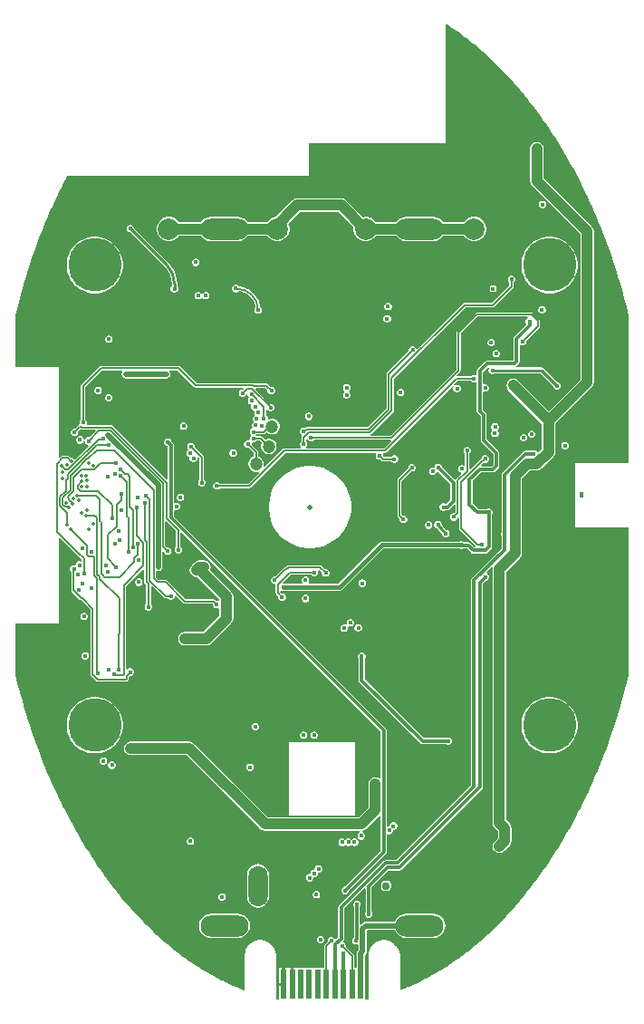
<source format=gbl>
G04*
G04 #@! TF.GenerationSoftware,Altium Limited,Altium Designer,21.2.2 (38)*
G04*
G04 Layer_Physical_Order=4*
G04 Layer_Color=16711680*
%FSAX25Y25*%
%MOIN*%
G70*
G04*
G04 #@! TF.SameCoordinates,38C7B28B-D0CA-4A75-A604-0C26E738F23A*
G04*
G04*
G04 #@! TF.FilePolarity,Positive*
G04*
G01*
G75*
%ADD11C,0.03937*%
%ADD12C,0.01181*%
%ADD13C,0.00984*%
%ADD15C,0.01968*%
%ADD16C,0.00787*%
%ADD19C,0.00598*%
%ADD78C,0.01181*%
%ADD167C,0.01575*%
%ADD193C,0.02953*%
%ADD195C,0.01378*%
%ADD203R,0.02165X0.11024*%
%ADD206C,0.00500*%
%ADD207C,0.01575*%
%ADD210C,0.01102*%
%ADD215C,0.07874*%
%ADD216O,0.17717X0.07874*%
G04:AMPARAMS|DCode=217|XSize=70.87mil|YSize=149.61mil|CornerRadius=35.43mil|HoleSize=0mil|Usage=FLASHONLY|Rotation=0.000|XOffset=0mil|YOffset=0mil|HoleType=Round|Shape=RoundedRectangle|*
%AMROUNDEDRECTD217*
21,1,0.07087,0.07874,0,0,0.0*
21,1,0.00000,0.14961,0,0,0.0*
1,1,0.07087,0.00000,-0.03937*
1,1,0.07087,0.00000,-0.03937*
1,1,0.07087,0.00000,0.03937*
1,1,0.07087,0.00000,0.03937*
%
%ADD217ROUNDEDRECTD217*%
%ADD218C,0.19685*%
%ADD219C,0.01772*%
%ADD220C,0.04724*%
%ADD221R,0.01602X0.02362*%
%ADD222C,0.01968*%
G36*
X0546809Y0612862D02*
X0546616Y0612781D01*
X0546226Y0612392D01*
X0546015Y0611882D01*
Y0611331D01*
X0546226Y0610822D01*
X0546131Y0610324D01*
X0541874Y0606067D01*
X0541633Y0605706D01*
X0541548Y0605281D01*
X0541548Y0605281D01*
Y0597334D01*
X0541508Y0597294D01*
X0531976D01*
X0531976Y0597294D01*
X0531550Y0597209D01*
X0531189Y0596968D01*
X0531189Y0596968D01*
X0528378Y0594157D01*
X0528137Y0593796D01*
X0528052Y0593370D01*
X0528052Y0593370D01*
Y0592165D01*
X0527552Y0591886D01*
X0527257Y0592008D01*
X0526706D01*
X0526197Y0591797D01*
X0525837Y0591437D01*
X0520909D01*
X0520702Y0591937D01*
X0521878Y0593113D01*
X0522044Y0593361D01*
X0522102Y0593654D01*
Y0607117D01*
X0528347Y0613362D01*
X0546709D01*
X0546809Y0612862D01*
D02*
G37*
G36*
X0465832Y0568066D02*
X0466222Y0567676D01*
X0466731Y0567465D01*
X0467282D01*
X0467792Y0567676D01*
X0468182Y0568066D01*
X0468190Y0568086D01*
X0496272D01*
X0496480Y0567586D01*
X0493835Y0564941D01*
X0465344D01*
X0465163Y0565441D01*
X0465426Y0565704D01*
X0465637Y0566213D01*
Y0566764D01*
X0465426Y0567274D01*
X0465066Y0567634D01*
Y0568110D01*
X0465226Y0568223D01*
X0465832Y0568066D01*
D02*
G37*
G36*
X0517432Y0720743D02*
X0518261Y0720191D01*
X0519046Y0719659D01*
X0519825Y0719120D01*
X0520599Y0718575D01*
X0521370Y0718021D01*
X0522136Y0717461D01*
X0522898Y0716894D01*
X0523655Y0716321D01*
X0524408Y0715741D01*
X0525156Y0715154D01*
X0525899Y0714562D01*
X0526639Y0713962D01*
X0527373Y0713356D01*
X0528104Y0712744D01*
X0528829Y0712126D01*
X0529589Y0711469D01*
X0530343Y0710805D01*
X0531092Y0710136D01*
X0531835Y0709459D01*
X0532574Y0708778D01*
X0533308Y0708089D01*
X0534035Y0707395D01*
X0534795Y0706660D01*
X0535548Y0705919D01*
X0536297Y0705171D01*
X0537039Y0704418D01*
X0537775Y0703658D01*
X0538540Y0702857D01*
X0539298Y0702049D01*
X0540051Y0701235D01*
X0540831Y0700379D01*
X0541603Y0699515D01*
X0542402Y0698609D01*
X0543193Y0697695D01*
X0544009Y0696737D01*
X0544816Y0695772D01*
X0545647Y0694763D01*
X0546499Y0693708D01*
X0547373Y0692607D01*
X0548267Y0691458D01*
X0549179Y0690264D01*
X0550139Y0688981D01*
X0551173Y0687568D01*
X0551569Y0687018D01*
X0552328Y0685952D01*
X0553076Y0684882D01*
X0553816Y0683806D01*
X0554549Y0682723D01*
X0555289Y0681611D01*
X0556021Y0680493D01*
X0556745Y0679368D01*
X0557459Y0678239D01*
X0558167Y0677102D01*
X0558881Y0675936D01*
X0559586Y0674764D01*
X0560283Y0673587D01*
X0560986Y0672378D01*
X0561679Y0671167D01*
X0562364Y0669948D01*
X0563054Y0668698D01*
X0563734Y0667445D01*
X0564420Y0666159D01*
X0565110Y0664842D01*
X0565789Y0663520D01*
X0566486Y0662141D01*
X0567042Y0661019D01*
X0567912Y0659232D01*
X0568779Y0657405D01*
X0569630Y0655569D01*
X0570476Y0653694D01*
X0571320Y0651779D01*
X0572159Y0649821D01*
X0572992Y0647825D01*
X0573819Y0645788D01*
X0574638Y0643711D01*
X0575451Y0641590D01*
X0576265Y0639398D01*
X0577081Y0637133D01*
X0577896Y0634794D01*
X0578708Y0632380D01*
X0579536Y0629830D01*
X0579568Y0629721D01*
X0579582Y0629673D01*
X0579582Y0629673D01*
X0579582Y0629673D01*
X0580024Y0628089D01*
X0580027Y0628084D01*
X0580027Y0628079D01*
X0580257Y0627289D01*
X0580259Y0627286D01*
X0580259Y0627282D01*
X0580495Y0626494D01*
X0580496Y0626493D01*
X0580496Y0626491D01*
X0581437Y0623376D01*
X0582320Y0620206D01*
X0583183Y0616946D01*
X0583991Y0613718D01*
Y0559954D01*
X0583822Y0559524D01*
X0583491Y0559524D01*
X0564137D01*
Y0535902D01*
X0583491D01*
X0583822Y0535902D01*
X0583991Y0535472D01*
Y0481706D01*
X0583974Y0481633D01*
X0583307Y0478979D01*
X0582632Y0476411D01*
X0581941Y0473891D01*
X0581236Y0471421D01*
X0580496Y0468926D01*
X0580496Y0468925D01*
X0580495Y0468924D01*
X0580029Y0467344D01*
X0580028Y0467338D01*
X0580026Y0467333D01*
X0579802Y0466542D01*
X0579801Y0466538D01*
X0579800Y0466535D01*
X0579582Y0465746D01*
X0579567Y0465693D01*
X0579551Y0465638D01*
X0579537Y0465592D01*
X0578991Y0463898D01*
X0578179Y0461456D01*
X0577373Y0459115D01*
X0576566Y0456846D01*
X0575758Y0454646D01*
X0574939Y0452484D01*
X0574123Y0450394D01*
X0573299Y0448342D01*
X0572467Y0446329D01*
X0571629Y0444354D01*
X0570785Y0442418D01*
X0569936Y0440522D01*
X0569083Y0438664D01*
X0568213Y0436815D01*
X0567323Y0434973D01*
X0566888Y0434087D01*
X0566117Y0432545D01*
X0565357Y0431057D01*
X0564608Y0429619D01*
X0563873Y0428235D01*
X0563150Y0426900D01*
X0562417Y0425571D01*
X0561698Y0424292D01*
X0560970Y0423019D01*
X0560259Y0421797D01*
X0559538Y0420579D01*
X0558807Y0419368D01*
X0558095Y0418207D01*
X0557374Y0417050D01*
X0556644Y0415899D01*
X0555933Y0414797D01*
X0555216Y0413703D01*
X0554489Y0412612D01*
X0553754Y0411529D01*
X0553011Y0410450D01*
X0552290Y0409421D01*
X0551563Y0408398D01*
X0550826Y0407379D01*
X0550082Y0406367D01*
X0549331Y0405361D01*
X0548572Y0404363D01*
X0547806Y0403369D01*
X0547031Y0402383D01*
X0546250Y0401404D01*
X0545460Y0400431D01*
X0544662Y0399464D01*
X0543858Y0398506D01*
X0543044Y0397554D01*
X0542225Y0396611D01*
X0541397Y0395674D01*
X0540560Y0394745D01*
X0539716Y0393823D01*
X0538866Y0392911D01*
X0537969Y0391967D01*
X0537501Y0391480D01*
X0536697Y0390657D01*
X0535907Y0389861D01*
X0535132Y0389094D01*
X0534350Y0388331D01*
X0533582Y0387595D01*
X0532831Y0386886D01*
X0532073Y0386183D01*
X0531332Y0385505D01*
X0530585Y0384834D01*
X0529855Y0384188D01*
X0529120Y0383547D01*
X0528379Y0382913D01*
X0527657Y0382303D01*
X0526930Y0381700D01*
X0526199Y0381103D01*
X0525484Y0380529D01*
X0524767Y0379961D01*
X0524045Y0379399D01*
X0523318Y0378844D01*
X0522587Y0378294D01*
X0521853Y0377751D01*
X0521139Y0377231D01*
X0520419Y0376717D01*
X0519697Y0376209D01*
X0518970Y0375707D01*
X0518239Y0375212D01*
X0517504Y0374723D01*
X0516766Y0374240D01*
X0516023Y0373764D01*
X0515220Y0373259D01*
X0515184Y0373237D01*
X0515144Y0373214D01*
X0515085Y0373181D01*
X0513918Y0372527D01*
X0513915Y0372524D01*
X0513911Y0372523D01*
X0513329Y0372190D01*
X0513327Y0372188D01*
X0513324Y0372187D01*
X0512745Y0371852D01*
X0512164Y0371516D01*
X0511368Y0371064D01*
X0510585Y0370628D01*
X0509809Y0370207D01*
X0509039Y0369797D01*
X0508268Y0369396D01*
X0508055Y0369287D01*
X0507623Y0369067D01*
X0507190Y0368850D01*
X0506756Y0368636D01*
X0506149Y0368340D01*
X0505371Y0367970D01*
X0504588Y0367606D01*
X0503802Y0367251D01*
X0503407Y0367077D01*
X0503135Y0366957D01*
X0502588Y0366720D01*
X0502041Y0366488D01*
X0501491Y0366258D01*
X0501215Y0366145D01*
X0500990Y0366053D01*
X0500537Y0365871D01*
X0500298Y0365776D01*
X0499798Y0366055D01*
Y0378555D01*
X0499779Y0378653D01*
Y0378754D01*
X0499586Y0379720D01*
X0499548Y0379812D01*
X0499528Y0379911D01*
X0499151Y0380821D01*
X0499096Y0380904D01*
X0499057Y0380997D01*
X0498510Y0381816D01*
X0498439Y0381887D01*
X0498383Y0381971D01*
X0497687Y0382667D01*
X0497603Y0382723D01*
X0497532Y0382794D01*
X0496713Y0383341D01*
X0496621Y0383379D01*
X0496537Y0383435D01*
X0495627Y0383812D01*
X0495529Y0383832D01*
X0495436Y0383870D01*
X0494470Y0384062D01*
X0494369D01*
X0494271Y0384082D01*
X0493340D01*
X0493242Y0384062D01*
X0493141D01*
X0492282Y0383891D01*
X0492189Y0383853D01*
X0492091Y0383833D01*
X0491281Y0383498D01*
X0491197Y0383442D01*
X0491105Y0383404D01*
X0490376Y0382917D01*
X0490305Y0382846D01*
X0490222Y0382790D01*
X0489602Y0382170D01*
X0489546Y0382087D01*
X0489475Y0382016D01*
X0488988Y0381287D01*
X0488950Y0381194D01*
X0488894Y0381111D01*
X0488559Y0380301D01*
X0488539Y0380203D01*
X0488501Y0380110D01*
X0488330Y0379251D01*
Y0379150D01*
X0488310Y0379052D01*
Y0378613D01*
Y0362155D01*
X0486857D01*
Y0373722D01*
X0486788D01*
Y0378580D01*
X0487081Y0378873D01*
X0487081Y0378873D01*
X0487409Y0379364D01*
X0487524Y0379943D01*
Y0387543D01*
X0487791Y0387810D01*
X0497949D01*
X0498249Y0387086D01*
X0498960Y0386159D01*
X0499887Y0385448D01*
X0500967Y0385000D01*
X0502125Y0384848D01*
X0511968D01*
X0513126Y0385000D01*
X0514205Y0385448D01*
X0515132Y0386159D01*
X0515843Y0387086D01*
X0516290Y0388165D01*
X0516443Y0389323D01*
X0516290Y0390481D01*
X0515843Y0391561D01*
X0515132Y0392488D01*
X0514205Y0393199D01*
X0513126Y0393646D01*
X0511968Y0393798D01*
X0502125D01*
X0500967Y0393646D01*
X0499887Y0393199D01*
X0498960Y0392488D01*
X0498249Y0391561D01*
X0497949Y0390837D01*
X0487164D01*
X0486585Y0390721D01*
X0486094Y0390393D01*
X0486094Y0390393D01*
X0485510Y0389809D01*
X0485048Y0390001D01*
Y0396349D01*
X0485111Y0396412D01*
X0485322Y0396922D01*
Y0397473D01*
X0485111Y0397982D01*
X0484721Y0398372D01*
X0484212Y0398583D01*
X0483660D01*
X0483151Y0398372D01*
X0482761Y0397982D01*
X0482550Y0397473D01*
Y0396922D01*
X0482761Y0396412D01*
X0482824Y0396349D01*
Y0385014D01*
X0482757Y0384986D01*
X0482367Y0384596D01*
X0482156Y0384087D01*
Y0383536D01*
X0482367Y0383026D01*
X0482757Y0382637D01*
X0483267Y0382426D01*
X0483818D01*
X0483997Y0382500D01*
X0484497Y0382166D01*
Y0380570D01*
X0484204Y0380277D01*
X0483876Y0379786D01*
X0483761Y0379207D01*
X0483761Y0379207D01*
Y0373722D01*
X0482940D01*
Y0378163D01*
X0482878Y0378475D01*
X0482701Y0378739D01*
X0479810Y0381630D01*
Y0382119D01*
X0479599Y0382628D01*
X0479209Y0383018D01*
X0478897Y0383147D01*
X0478734Y0383691D01*
X0478918Y0383875D01*
X0478918Y0383875D01*
X0479159Y0384235D01*
X0479243Y0384661D01*
Y0395657D01*
X0486693Y0403106D01*
X0487155Y0402915D01*
Y0394502D01*
X0487092Y0394439D01*
X0486881Y0393930D01*
Y0393378D01*
X0487092Y0392869D01*
X0487482Y0392479D01*
X0487991Y0392268D01*
X0488542D01*
X0489052Y0392479D01*
X0489441Y0392869D01*
X0489652Y0393378D01*
Y0393930D01*
X0489441Y0394439D01*
X0489379Y0394502D01*
Y0403414D01*
X0495625Y0409660D01*
X0499495D01*
X0499495Y0409660D01*
X0499920Y0409745D01*
X0500281Y0409986D01*
X0529880Y0439585D01*
X0529880Y0439585D01*
X0530121Y0439946D01*
X0530205Y0440371D01*
Y0515115D01*
X0531375Y0516284D01*
X0531464D01*
X0531973Y0516495D01*
X0532363Y0516885D01*
X0532574Y0517394D01*
Y0517945D01*
X0532363Y0518455D01*
X0531973Y0518845D01*
X0531799Y0518916D01*
X0531682Y0519506D01*
X0533474Y0521298D01*
X0533935Y0521052D01*
X0533860Y0520676D01*
Y0427213D01*
X0534052Y0426250D01*
X0534597Y0425433D01*
X0535817Y0424214D01*
Y0421544D01*
X0534597Y0420324D01*
X0534052Y0419507D01*
X0533860Y0418544D01*
X0534052Y0417581D01*
X0534597Y0416764D01*
X0535414Y0416219D01*
X0536377Y0416027D01*
X0537340Y0416219D01*
X0538157Y0416764D01*
X0540113Y0418721D01*
X0540659Y0419538D01*
X0540851Y0420501D01*
Y0425256D01*
X0540659Y0426219D01*
X0540113Y0427036D01*
X0538894Y0428256D01*
Y0519634D01*
X0543870Y0524610D01*
X0544415Y0525426D01*
X0544607Y0526389D01*
Y0553736D01*
X0547656Y0556785D01*
X0550049D01*
X0551013Y0556976D01*
X0551829Y0557522D01*
X0556188Y0561881D01*
X0556734Y0562697D01*
X0556925Y0563660D01*
Y0573989D01*
X0570361Y0587425D01*
X0570907Y0588242D01*
X0571099Y0589205D01*
Y0644835D01*
X0570907Y0645798D01*
X0570361Y0646615D01*
X0552595Y0664382D01*
Y0675150D01*
X0552403Y0676113D01*
X0551857Y0676930D01*
X0551041Y0677475D01*
X0550078Y0677667D01*
X0549115Y0677475D01*
X0548298Y0676930D01*
X0547752Y0676113D01*
X0547561Y0675150D01*
Y0663339D01*
X0547752Y0662376D01*
X0548298Y0661559D01*
X0566065Y0643792D01*
Y0590248D01*
X0554408Y0578591D01*
X0543196Y0589804D01*
X0542379Y0590349D01*
X0541416Y0590541D01*
X0540453Y0590349D01*
X0539637Y0589804D01*
X0539091Y0588987D01*
X0538899Y0588024D01*
X0539091Y0587061D01*
X0539637Y0586244D01*
X0551892Y0573989D01*
Y0564703D01*
X0550722Y0563533D01*
X0550132Y0563651D01*
X0550099Y0563730D01*
X0549709Y0564120D01*
X0549200Y0564331D01*
X0548649D01*
X0548139Y0564120D01*
X0548076Y0564057D01*
X0545931D01*
X0545505Y0563973D01*
X0545144Y0563731D01*
X0545144Y0563731D01*
X0537480Y0556068D01*
X0537239Y0555707D01*
X0537155Y0555281D01*
X0537155Y0555281D01*
Y0534266D01*
X0537092Y0534203D01*
X0536881Y0533693D01*
Y0533142D01*
X0537092Y0532633D01*
X0537155Y0532570D01*
Y0528124D01*
X0526221Y0517190D01*
X0525980Y0516829D01*
X0525895Y0516403D01*
X0525895Y0516403D01*
Y0441122D01*
X0498436Y0413663D01*
X0494566D01*
X0494140Y0413579D01*
X0493780Y0413338D01*
X0493780Y0413338D01*
X0477345Y0396903D01*
X0477104Y0396543D01*
X0477020Y0396117D01*
X0477020Y0396117D01*
Y0385121D01*
X0476289Y0384390D01*
X0475699Y0384508D01*
X0475662Y0384596D01*
X0475272Y0384986D01*
X0474763Y0385197D01*
X0474211D01*
X0473702Y0384986D01*
X0473312Y0384596D01*
X0473101Y0384087D01*
Y0383536D01*
X0473110Y0383516D01*
X0472135Y0382541D01*
X0471970Y0382293D01*
X0471911Y0382000D01*
Y0373722D01*
X0461778D01*
Y0373840D01*
X0460668D01*
Y0367710D01*
X0459487D01*
Y0373840D01*
X0457519D01*
Y0367710D01*
X0456928D01*
Y0367120D01*
X0455227D01*
Y0362508D01*
X0454874Y0362155D01*
X0454208Y0362155D01*
Y0378062D01*
Y0378555D01*
X0454188Y0378653D01*
Y0378754D01*
X0453996Y0379720D01*
X0453957Y0379812D01*
X0453938Y0379911D01*
X0453561Y0380821D01*
X0453505Y0380904D01*
X0453467Y0380997D01*
X0452919Y0381816D01*
X0452848Y0381887D01*
X0452793Y0381971D01*
X0452096Y0382667D01*
X0452013Y0382723D01*
X0451942Y0382794D01*
X0451123Y0383341D01*
X0451030Y0383379D01*
X0450947Y0383435D01*
X0450036Y0383812D01*
X0449938Y0383832D01*
X0449845Y0383870D01*
X0448879Y0384062D01*
X0448779D01*
X0448680Y0384082D01*
X0447750D01*
X0447651Y0384062D01*
X0447551D01*
X0446691Y0383891D01*
X0446598Y0383853D01*
X0446500Y0383833D01*
X0445690Y0383498D01*
X0445607Y0383442D01*
X0445514Y0383404D01*
X0444785Y0382917D01*
X0444714Y0382846D01*
X0444631Y0382790D01*
X0444011Y0382170D01*
X0443956Y0382087D01*
X0443885Y0382016D01*
X0443398Y0381287D01*
X0443359Y0381194D01*
X0443303Y0381111D01*
X0442968Y0380301D01*
X0442948Y0380203D01*
X0442910Y0380110D01*
X0442739Y0379251D01*
Y0379150D01*
X0442720Y0379052D01*
Y0365905D01*
X0442307Y0365622D01*
X0442229Y0365652D01*
X0440986Y0366150D01*
X0439674Y0366700D01*
X0438236Y0367331D01*
X0438043Y0367418D01*
X0437647Y0367598D01*
X0437252Y0367779D01*
X0436859Y0367963D01*
X0436439Y0368161D01*
X0435991Y0368376D01*
X0435542Y0368593D01*
X0435094Y0368813D01*
X0434599Y0369060D01*
X0434054Y0369337D01*
X0433511Y0369617D01*
X0432970Y0369899D01*
X0432291Y0370260D01*
X0431474Y0370705D01*
X0430664Y0371156D01*
X0429858Y0371616D01*
X0429457Y0371850D01*
X0429454Y0371851D01*
X0429452Y0371853D01*
X0428290Y0372521D01*
X0428286Y0372523D01*
X0428283Y0372526D01*
X0427699Y0372855D01*
X0427696Y0372855D01*
X0427694Y0372857D01*
X0427075Y0373202D01*
X0427035Y0373225D01*
X0426996Y0373248D01*
X0426943Y0373280D01*
X0426440Y0373596D01*
X0425600Y0374131D01*
X0424766Y0374675D01*
X0423936Y0375227D01*
X0423152Y0375759D01*
X0422373Y0376298D01*
X0421599Y0376843D01*
X0420827Y0377397D01*
X0420062Y0377957D01*
X0419300Y0378524D01*
X0418543Y0379097D01*
X0417790Y0379678D01*
X0417042Y0380264D01*
X0416298Y0380857D01*
X0415559Y0381456D01*
X0414824Y0382063D01*
X0414094Y0382674D01*
X0413368Y0383293D01*
X0412609Y0383949D01*
X0411855Y0384613D01*
X0411106Y0385283D01*
X0410363Y0385959D01*
X0409624Y0386641D01*
X0408891Y0387328D01*
X0408162Y0388023D01*
X0407403Y0388758D01*
X0406649Y0389500D01*
X0405902Y0390247D01*
X0405159Y0391001D01*
X0404424Y0391759D01*
X0403657Y0392562D01*
X0402900Y0393369D01*
X0402147Y0394183D01*
X0401367Y0395040D01*
X0400594Y0395903D01*
X0399796Y0396809D01*
X0399004Y0397724D01*
X0398189Y0398681D01*
X0397382Y0399646D01*
X0396551Y0400655D01*
X0395699Y0401710D01*
X0394825Y0402812D01*
X0393931Y0403960D01*
X0393019Y0405154D01*
X0392059Y0406437D01*
X0391025Y0407850D01*
X0390627Y0408402D01*
X0389871Y0409466D01*
X0389123Y0410535D01*
X0388381Y0411613D01*
X0387650Y0412694D01*
X0386909Y0413806D01*
X0386177Y0414925D01*
X0385452Y0416051D01*
X0384738Y0417179D01*
X0384031Y0418316D01*
X0383317Y0419482D01*
X0382611Y0420655D01*
X0381915Y0421832D01*
X0381212Y0423039D01*
X0380519Y0424252D01*
X0379834Y0425471D01*
X0379144Y0426721D01*
X0378463Y0427974D01*
X0377778Y0429260D01*
X0377088Y0430577D01*
X0376409Y0431898D01*
X0375712Y0433277D01*
X0375155Y0434399D01*
X0374286Y0436186D01*
X0373418Y0438013D01*
X0372568Y0439849D01*
X0371721Y0441724D01*
X0370878Y0443640D01*
X0370039Y0445596D01*
X0369206Y0447593D01*
X0368379Y0449630D01*
X0367560Y0451708D01*
X0366747Y0453828D01*
X0365933Y0456019D01*
X0365117Y0458284D01*
X0364302Y0460625D01*
X0363490Y0463039D01*
X0362662Y0465589D01*
X0362629Y0465697D01*
X0362616Y0465744D01*
X0362616Y0465745D01*
X0362616Y0465745D01*
X0362173Y0467329D01*
X0362171Y0467334D01*
X0362170Y0467339D01*
X0361941Y0468129D01*
X0361939Y0468132D01*
X0361939Y0468136D01*
X0361703Y0468924D01*
X0361703Y0468925D01*
X0361703Y0468925D01*
X0360774Y0472015D01*
X0359888Y0475183D01*
X0359022Y0478443D01*
X0358211Y0481671D01*
Y0500468D01*
X0374086D01*
Y0531992D01*
X0374548Y0532184D01*
X0380693Y0526038D01*
X0380756Y0525996D01*
X0382631Y0524122D01*
X0382600Y0523612D01*
X0382169Y0523324D01*
X0382075Y0523364D01*
X0381523D01*
X0381014Y0523153D01*
X0380624Y0522763D01*
X0380447Y0522336D01*
X0380132Y0522030D01*
X0380035Y0521966D01*
X0379484D01*
X0378975Y0521755D01*
X0378585Y0521365D01*
X0378374Y0520856D01*
Y0520304D01*
X0378585Y0519795D01*
X0378780Y0519600D01*
Y0512756D01*
X0378838Y0512464D01*
X0379004Y0512216D01*
X0381964Y0509255D01*
X0382212Y0509089D01*
X0382421Y0509048D01*
X0385927Y0505542D01*
Y0481843D01*
X0385985Y0481550D01*
X0386151Y0481302D01*
X0388120Y0479334D01*
X0388120Y0479334D01*
X0388368Y0479168D01*
X0388660Y0479110D01*
X0398866D01*
X0399158Y0479168D01*
X0399406Y0479334D01*
X0399699Y0479627D01*
X0399865Y0479875D01*
X0399923Y0480167D01*
Y0480852D01*
X0400196Y0481245D01*
X0400747D01*
X0401256Y0481456D01*
X0401646Y0481845D01*
X0401857Y0482355D01*
Y0482906D01*
X0401646Y0483415D01*
X0401256Y0483805D01*
X0400747Y0484016D01*
X0400196D01*
X0399686Y0483805D01*
X0399424Y0483543D01*
X0398924Y0483723D01*
Y0514183D01*
X0405153Y0520412D01*
X0405615Y0520221D01*
Y0515833D01*
X0405685Y0515484D01*
X0405882Y0515189D01*
X0406253Y0514818D01*
Y0507695D01*
X0405989Y0507431D01*
X0405779Y0506922D01*
Y0506370D01*
X0405989Y0505861D01*
X0406379Y0505471D01*
X0406889Y0505260D01*
X0407440D01*
X0407949Y0505471D01*
X0408339Y0505861D01*
X0408550Y0506370D01*
Y0506922D01*
X0408339Y0507431D01*
X0408076Y0507695D01*
Y0514165D01*
X0408537Y0514357D01*
X0412887Y0510007D01*
X0413152Y0509830D01*
X0413463Y0509768D01*
X0414287D01*
X0414647Y0509408D01*
X0415156Y0509197D01*
X0415708D01*
X0416217Y0509408D01*
X0416607Y0509798D01*
X0416818Y0510307D01*
Y0510558D01*
X0417318Y0510765D01*
X0420009Y0508074D01*
X0420258Y0507908D01*
X0420550Y0507850D01*
X0430513D01*
X0430975Y0507709D01*
Y0507158D01*
X0431186Y0506648D01*
X0431576Y0506259D01*
X0432086Y0506048D01*
X0432637D01*
X0432888Y0506151D01*
X0433388Y0505847D01*
Y0503358D01*
X0427480Y0497450D01*
X0420650D01*
X0419687Y0497259D01*
X0418870Y0496713D01*
X0418325Y0495897D01*
X0418133Y0494934D01*
X0418325Y0493970D01*
X0418870Y0493154D01*
X0419687Y0492608D01*
X0420650Y0492417D01*
X0428522D01*
X0429486Y0492608D01*
X0430302Y0493154D01*
X0437684Y0500536D01*
X0438230Y0501352D01*
X0438421Y0502315D01*
Y0510549D01*
X0438230Y0511513D01*
X0437684Y0512329D01*
X0429882Y0520131D01*
X0429962Y0520250D01*
X0430154Y0521213D01*
X0429962Y0522176D01*
X0429416Y0522993D01*
X0428600Y0523538D01*
X0427637Y0523730D01*
X0426030D01*
X0425067Y0523538D01*
X0424251Y0522993D01*
X0423286Y0522028D01*
X0423148Y0521936D01*
X0422603Y0521120D01*
X0422599Y0521099D01*
X0422540Y0521011D01*
X0422348Y0520048D01*
X0422540Y0519085D01*
X0423085Y0518268D01*
X0423902Y0517722D01*
X0424865Y0517531D01*
X0425281Y0517614D01*
X0433388Y0509507D01*
Y0509020D01*
X0432888Y0508715D01*
X0432637Y0508819D01*
X0432086D01*
X0432065Y0508811D01*
X0431721Y0509155D01*
X0431473Y0509321D01*
X0431180Y0509379D01*
X0420867D01*
X0414004Y0516242D01*
X0413756Y0516408D01*
X0413463Y0516466D01*
X0411024D01*
X0409860Y0517630D01*
Y0519642D01*
X0410360Y0519915D01*
X0410830Y0519822D01*
X0411409Y0519937D01*
X0411900Y0520265D01*
X0411908Y0520273D01*
X0411908Y0520273D01*
X0412236Y0520764D01*
X0412351Y0521343D01*
X0412351Y0521343D01*
Y0526697D01*
X0412851Y0526965D01*
X0412865Y0526955D01*
Y0526843D01*
X0413076Y0526334D01*
X0413466Y0525944D01*
X0413975Y0525733D01*
X0414527D01*
X0415036Y0525944D01*
X0415426Y0526334D01*
X0415637Y0526843D01*
Y0527394D01*
X0415426Y0527904D01*
X0415036Y0528293D01*
X0414527Y0528504D01*
X0413975D01*
X0413955Y0528496D01*
X0413337Y0529114D01*
Y0537873D01*
X0413799Y0538064D01*
X0417373Y0534490D01*
Y0528728D01*
X0417013Y0528368D01*
X0416802Y0527859D01*
Y0527307D01*
X0417013Y0526798D01*
X0417403Y0526408D01*
X0417912Y0526197D01*
X0418464D01*
X0418973Y0526408D01*
X0419363Y0526798D01*
X0419574Y0527307D01*
Y0527859D01*
X0419363Y0528368D01*
X0419003Y0528728D01*
Y0533752D01*
X0419465Y0533944D01*
X0492666Y0460742D01*
Y0443644D01*
X0492167Y0443377D01*
X0491682Y0443701D01*
X0490719Y0443892D01*
X0489756Y0443701D01*
X0488940Y0443155D01*
X0488394Y0442339D01*
X0488202Y0441375D01*
Y0438226D01*
Y0432976D01*
X0484468Y0429242D01*
X0451120D01*
X0424023Y0456339D01*
X0423206Y0456885D01*
X0422243Y0457076D01*
X0400708D01*
X0399744Y0456885D01*
X0398928Y0456339D01*
X0398382Y0455523D01*
X0398191Y0454560D01*
X0398382Y0453596D01*
X0398928Y0452780D01*
X0399744Y0452234D01*
X0400708Y0452043D01*
X0421201D01*
X0448298Y0424945D01*
X0449115Y0424400D01*
X0450078Y0424208D01*
X0484962D01*
X0485061Y0423708D01*
X0484726Y0423569D01*
X0484336Y0423179D01*
X0484125Y0422670D01*
Y0422119D01*
X0484336Y0421609D01*
X0484726Y0421219D01*
X0485235Y0421008D01*
X0485786D01*
X0486296Y0421219D01*
X0486686Y0421609D01*
X0486897Y0422119D01*
Y0422670D01*
X0486686Y0423179D01*
X0486296Y0423569D01*
X0486261Y0423583D01*
X0485999Y0424224D01*
X0486037Y0424313D01*
X0486474Y0424400D01*
X0487290Y0424945D01*
X0492167Y0429821D01*
X0492666Y0429614D01*
Y0416949D01*
X0479419Y0403701D01*
X0479330D01*
X0478820Y0403490D01*
X0478430Y0403100D01*
X0478219Y0402591D01*
Y0402040D01*
X0478430Y0401530D01*
X0478820Y0401140D01*
X0479330Y0400930D01*
X0479881D01*
X0480390Y0401140D01*
X0480780Y0401530D01*
X0480991Y0402040D01*
Y0402129D01*
X0494565Y0415702D01*
X0494565Y0415702D01*
X0494806Y0416063D01*
X0494890Y0416489D01*
Y0422721D01*
X0495390Y0423055D01*
X0495503Y0423008D01*
X0496054D01*
X0496563Y0423219D01*
X0496953Y0423609D01*
X0497164Y0424119D01*
Y0424615D01*
X0497660D01*
X0498170Y0424826D01*
X0498560Y0425215D01*
X0498771Y0425725D01*
Y0426276D01*
X0498560Y0426785D01*
X0498170Y0427175D01*
X0497660Y0427386D01*
X0497109D01*
X0496600Y0427175D01*
X0496210Y0426785D01*
X0495999Y0426276D01*
Y0425780D01*
X0495503D01*
X0495390Y0425733D01*
X0494890Y0426067D01*
Y0461202D01*
X0494890Y0461202D01*
X0494806Y0461628D01*
X0494565Y0461988D01*
X0494565Y0461988D01*
X0416544Y0540009D01*
Y0541910D01*
X0417044Y0542244D01*
X0417133Y0542207D01*
X0417684D01*
X0418193Y0542418D01*
X0418583Y0542808D01*
X0418794Y0543317D01*
Y0543869D01*
X0418583Y0544378D01*
X0418193Y0544768D01*
X0417684Y0544979D01*
X0417133D01*
X0417044Y0544942D01*
X0416544Y0545276D01*
Y0566055D01*
X0416544Y0566055D01*
X0416459Y0566481D01*
X0416218Y0566842D01*
X0415676Y0567384D01*
Y0567473D01*
X0415465Y0567982D01*
X0415075Y0568372D01*
X0414566Y0568583D01*
X0414015D01*
X0413505Y0568372D01*
X0413115Y0567982D01*
X0412904Y0567473D01*
Y0566922D01*
X0413115Y0566412D01*
X0413505Y0566022D01*
X0414015Y0565811D01*
X0414104D01*
X0414320Y0565595D01*
Y0553658D01*
X0413858Y0553467D01*
X0394071Y0573254D01*
X0393807Y0573430D01*
X0393495Y0573492D01*
X0384829D01*
X0384495Y0573992D01*
X0384534Y0574087D01*
Y0574638D01*
X0384323Y0575148D01*
X0383963Y0575508D01*
Y0587411D01*
X0390179Y0593626D01*
X0397518D01*
X0397651Y0593392D01*
X0397722Y0593126D01*
X0397436Y0592698D01*
X0397321Y0592119D01*
X0397436Y0591540D01*
X0397764Y0591049D01*
X0398255Y0590721D01*
X0398834Y0590606D01*
X0413814D01*
X0413818Y0590605D01*
X0414397Y0590720D01*
X0414888Y0591048D01*
X0415216Y0591539D01*
X0415331Y0592119D01*
X0415216Y0592698D01*
X0414929Y0593126D01*
X0415001Y0593391D01*
X0415133Y0593626D01*
X0417850D01*
X0423911Y0587566D01*
X0424175Y0587389D01*
X0424487Y0587327D01*
X0441875D01*
X0442052Y0587117D01*
X0442136Y0586827D01*
X0441963Y0586615D01*
X0441534D01*
X0441025Y0586404D01*
X0440635Y0586014D01*
X0440424Y0585504D01*
Y0584953D01*
X0440635Y0584444D01*
X0441025Y0584054D01*
X0441534Y0583843D01*
X0442086D01*
X0442595Y0584054D01*
X0442985Y0584444D01*
X0443196Y0584953D01*
X0443692Y0584944D01*
Y0584599D01*
X0443903Y0584089D01*
X0444051Y0583941D01*
X0444289Y0583694D01*
X0444051Y0583288D01*
X0443982Y0583218D01*
X0443771Y0582709D01*
Y0582158D01*
X0443982Y0581648D01*
X0444371Y0581259D01*
X0444881Y0581048D01*
X0445048Y0580548D01*
X0445030Y0580504D01*
Y0579953D01*
X0445241Y0579444D01*
X0445631Y0579054D01*
X0445850Y0578963D01*
X0446150Y0578381D01*
X0446133Y0578339D01*
Y0577788D01*
X0446344Y0577278D01*
X0446276Y0576938D01*
X0446222Y0576915D01*
X0445832Y0576526D01*
X0445621Y0576016D01*
Y0575465D01*
X0445832Y0574956D01*
X0445909Y0574879D01*
X0445867Y0574671D01*
X0445478Y0574282D01*
X0445267Y0573772D01*
Y0573221D01*
X0445435Y0572815D01*
X0445467Y0572689D01*
X0445246Y0572236D01*
X0445041Y0572152D01*
X0444651Y0571762D01*
X0444440Y0571252D01*
Y0570701D01*
X0444651Y0570192D01*
X0444760Y0570083D01*
X0445006Y0569756D01*
X0444760Y0569430D01*
X0444651Y0569321D01*
X0444440Y0568812D01*
Y0568260D01*
X0444442Y0568255D01*
X0444059Y0567872D01*
X0444054Y0567874D01*
X0443503D01*
X0442993Y0567663D01*
X0442604Y0567274D01*
X0442393Y0566764D01*
Y0566213D01*
X0442604Y0565704D01*
X0442993Y0565314D01*
X0443503Y0565103D01*
X0444054D01*
X0444074Y0565111D01*
X0446006Y0563180D01*
Y0561885D01*
X0445666Y0561794D01*
X0445013Y0561417D01*
X0444480Y0560884D01*
X0444103Y0560231D01*
X0443908Y0559503D01*
Y0558750D01*
X0444103Y0558022D01*
X0444480Y0557369D01*
X0445013Y0556836D01*
X0445666Y0556459D01*
X0446394Y0556264D01*
X0447147D01*
X0447551Y0556372D01*
X0447809Y0555924D01*
X0443835Y0551949D01*
X0433506D01*
X0433146Y0552309D01*
X0432637Y0552520D01*
X0432086D01*
X0431576Y0552309D01*
X0431186Y0551919D01*
X0430975Y0551410D01*
Y0550859D01*
X0431186Y0550349D01*
X0431576Y0549959D01*
X0432086Y0549748D01*
X0432637D01*
X0433146Y0549959D01*
X0433506Y0550319D01*
X0444172D01*
X0444484Y0550381D01*
X0444748Y0550558D01*
X0457502Y0563311D01*
X0490744D01*
X0490974Y0562812D01*
X0490818Y0562434D01*
Y0561882D01*
X0491029Y0561373D01*
X0491419Y0560983D01*
X0491928Y0560772D01*
X0492479D01*
X0492563Y0560807D01*
X0492969Y0560401D01*
X0493233Y0560224D01*
X0493545Y0560162D01*
X0496570D01*
X0496931Y0559802D01*
X0497440Y0559591D01*
X0497991D01*
X0498500Y0559802D01*
X0498890Y0560192D01*
X0499101Y0560701D01*
Y0561252D01*
X0498890Y0561762D01*
X0498500Y0562152D01*
X0497991Y0562363D01*
X0497440D01*
X0496931Y0562152D01*
X0496570Y0561792D01*
X0493882D01*
X0493589Y0562084D01*
Y0562434D01*
X0493433Y0562812D01*
X0493663Y0563311D01*
X0494172D01*
X0494484Y0563374D01*
X0494748Y0563550D01*
X0519190Y0587992D01*
X0519572Y0587707D01*
X0519361Y0587197D01*
Y0586646D01*
X0519572Y0586137D01*
X0519962Y0585747D01*
X0520471Y0585536D01*
X0521023D01*
X0521532Y0585747D01*
X0521922Y0586137D01*
X0522133Y0586646D01*
Y0587197D01*
X0521922Y0587707D01*
X0521532Y0588097D01*
X0521023Y0588308D01*
X0520471D01*
X0519962Y0588097D01*
X0519676Y0588478D01*
X0521006Y0589808D01*
X0525837D01*
X0526197Y0589448D01*
X0526706Y0589237D01*
X0527257D01*
X0527552Y0589359D01*
X0528052Y0589080D01*
Y0578615D01*
X0528052Y0578615D01*
X0528137Y0578189D01*
X0528378Y0577828D01*
X0529399Y0576807D01*
Y0567906D01*
X0529399Y0567906D01*
X0529483Y0567480D01*
X0529725Y0567120D01*
X0534111Y0562733D01*
Y0558822D01*
X0533571Y0558282D01*
X0529868D01*
X0529661Y0558782D01*
X0530625Y0559746D01*
X0530904Y0559630D01*
X0531456D01*
X0531965Y0559841D01*
X0532355Y0560231D01*
X0532566Y0560741D01*
Y0561292D01*
X0532355Y0561801D01*
X0531965Y0562191D01*
X0531456Y0562402D01*
X0530904D01*
X0530395Y0562191D01*
X0530005Y0561801D01*
X0529794Y0561292D01*
Y0561196D01*
X0529723Y0561148D01*
X0525803Y0557229D01*
X0525341Y0557420D01*
Y0563021D01*
X0525701Y0563381D01*
X0525912Y0563890D01*
Y0564441D01*
X0525701Y0564951D01*
X0525312Y0565341D01*
X0524802Y0565552D01*
X0524251D01*
X0523741Y0565341D01*
X0523352Y0564951D01*
X0523141Y0564441D01*
Y0563890D01*
X0523352Y0563381D01*
X0523712Y0563021D01*
Y0558907D01*
X0523543Y0558784D01*
X0523212Y0558646D01*
X0522794Y0558819D01*
X0522243D01*
X0521734Y0558608D01*
X0521344Y0558218D01*
X0521133Y0557709D01*
Y0557158D01*
X0521344Y0556648D01*
X0521734Y0556259D01*
X0522108Y0556104D01*
X0522297Y0555586D01*
X0520466Y0553755D01*
X0520347Y0553577D01*
X0519968Y0553463D01*
X0519771Y0553446D01*
X0515133Y0558084D01*
Y0558173D01*
X0514922Y0558682D01*
X0514532Y0559072D01*
X0514022Y0559283D01*
X0513471D01*
X0512962Y0559072D01*
X0512572Y0558682D01*
X0512412Y0558297D01*
X0512125Y0557874D01*
X0511574D01*
X0511064Y0557663D01*
X0510674Y0557274D01*
X0510463Y0556764D01*
Y0556213D01*
X0510674Y0555704D01*
X0511064Y0555314D01*
X0511574Y0555103D01*
X0512125D01*
X0512634Y0555314D01*
X0513024Y0555704D01*
X0513184Y0556089D01*
X0513236Y0556165D01*
X0513468Y0556270D01*
X0513735Y0556336D01*
X0518375Y0551696D01*
Y0546141D01*
X0516685Y0544451D01*
X0516586D01*
X0516523Y0544514D01*
X0516014Y0544725D01*
X0515462D01*
X0514953Y0544514D01*
X0514563Y0544124D01*
X0514352Y0543615D01*
Y0543063D01*
X0514563Y0542554D01*
X0514953Y0542164D01*
X0515462Y0541953D01*
X0516014D01*
X0516523Y0542164D01*
X0516586Y0542227D01*
X0517145D01*
X0517145Y0542227D01*
X0517571Y0542312D01*
X0517932Y0542553D01*
X0519765Y0544386D01*
X0520227Y0544195D01*
Y0541531D01*
X0519799Y0541103D01*
X0519290D01*
X0518781Y0540892D01*
X0518391Y0540502D01*
X0518180Y0539993D01*
Y0539441D01*
X0518391Y0538932D01*
X0518781Y0538542D01*
X0519290Y0538331D01*
X0519841D01*
X0520351Y0538542D01*
X0520741Y0538932D01*
X0520952Y0539441D01*
Y0539536D01*
X0521003Y0539570D01*
X0521503Y0539302D01*
Y0535528D01*
X0521565Y0535216D01*
X0521742Y0534952D01*
X0527553Y0529141D01*
X0527474Y0528744D01*
X0527391Y0528612D01*
X0527126Y0528574D01*
X0525664Y0530036D01*
X0525304Y0530277D01*
X0524878Y0530362D01*
X0524878Y0530362D01*
X0523204D01*
X0523028Y0530537D01*
X0522519Y0530748D01*
X0521967D01*
X0521791Y0530675D01*
X0493109D01*
X0492607Y0530575D01*
X0492181Y0530291D01*
X0476975Y0515085D01*
X0466325D01*
X0466118Y0515585D01*
X0466186Y0515653D01*
X0466397Y0516162D01*
Y0516713D01*
X0466186Y0517222D01*
X0465796Y0517612D01*
X0465286Y0517823D01*
X0464735D01*
X0464226Y0517612D01*
X0463836Y0517222D01*
X0463625Y0516713D01*
Y0516162D01*
X0463836Y0515653D01*
X0463904Y0515585D01*
X0463696Y0515085D01*
X0457341D01*
X0457164Y0515158D01*
X0456835D01*
X0456628Y0515658D01*
X0459449Y0518480D01*
X0467083D01*
X0467092Y0518460D01*
X0467482Y0518070D01*
X0467991Y0517859D01*
X0468542D01*
X0469052Y0518070D01*
X0469442Y0518460D01*
X0469653Y0518969D01*
Y0519520D01*
X0469532Y0519812D01*
X0469791Y0520286D01*
X0470173Y0520312D01*
X0471063Y0519422D01*
X0471054Y0519402D01*
Y0518851D01*
X0471265Y0518341D01*
X0471655Y0517952D01*
X0472164Y0517741D01*
X0472716D01*
X0473225Y0517952D01*
X0473615Y0518341D01*
X0473826Y0518851D01*
Y0519402D01*
X0473615Y0519911D01*
X0473225Y0520301D01*
X0472716Y0520512D01*
X0472164D01*
X0472144Y0520504D01*
X0470894Y0521754D01*
X0470646Y0521919D01*
X0470353Y0521978D01*
X0458739D01*
X0458446Y0521919D01*
X0458198Y0521754D01*
X0457635Y0521190D01*
X0457558D01*
X0457265Y0521132D01*
X0457017Y0520966D01*
X0453917Y0517866D01*
X0453897Y0517874D01*
X0453345D01*
X0452836Y0517663D01*
X0452446Y0517274D01*
X0452235Y0516764D01*
Y0516213D01*
X0452446Y0515704D01*
X0452836Y0515314D01*
X0453345Y0515103D01*
X0453565D01*
X0453943Y0514952D01*
X0454037Y0514641D01*
Y0511764D01*
X0454096Y0511472D01*
X0454261Y0511224D01*
X0454999Y0510485D01*
X0454991Y0510465D01*
Y0509914D01*
X0455202Y0509404D01*
X0455592Y0509015D01*
X0456101Y0508804D01*
X0456652D01*
X0457162Y0509015D01*
X0457552Y0509404D01*
X0457763Y0509914D01*
Y0510465D01*
X0457552Y0510974D01*
X0457162Y0511364D01*
X0456652Y0511575D01*
X0456101D01*
X0456081Y0511567D01*
X0455683Y0511965D01*
X0455722Y0512271D01*
X0455839Y0512371D01*
X0456219Y0512550D01*
X0456613Y0512386D01*
X0457164D01*
X0457341Y0512459D01*
X0477519D01*
X0478021Y0512559D01*
X0478447Y0512844D01*
X0493653Y0528050D01*
X0521791D01*
X0521967Y0527977D01*
X0522519D01*
X0522907Y0528138D01*
X0524417D01*
X0525981Y0526574D01*
X0525981Y0526574D01*
X0526342Y0526333D01*
X0526767Y0526249D01*
X0526767Y0526249D01*
X0531098D01*
X0531098Y0526249D01*
X0531524Y0526333D01*
X0531884Y0526574D01*
X0533226Y0527916D01*
X0533226Y0527916D01*
X0533467Y0528277D01*
X0533552Y0528702D01*
X0533552Y0528702D01*
Y0540562D01*
X0533615Y0540625D01*
X0533826Y0541134D01*
Y0541685D01*
X0533615Y0542195D01*
X0533225Y0542585D01*
X0532716Y0542796D01*
X0532164D01*
X0531655Y0542585D01*
X0531592Y0542522D01*
X0528727D01*
X0526501Y0544748D01*
Y0552926D01*
X0529632Y0556058D01*
X0534031D01*
X0534031Y0556058D01*
X0534457Y0556142D01*
X0534818Y0556383D01*
X0536010Y0557575D01*
X0536010Y0557575D01*
X0536251Y0557936D01*
X0536335Y0558362D01*
Y0563193D01*
X0536251Y0563619D01*
X0536010Y0563980D01*
X0536010Y0563980D01*
X0531623Y0568366D01*
Y0577268D01*
X0531538Y0577694D01*
X0531297Y0578054D01*
X0531297Y0578054D01*
X0530276Y0579075D01*
Y0585475D01*
X0530776Y0585809D01*
X0530865Y0585772D01*
X0531416D01*
X0531926Y0585983D01*
X0532315Y0586373D01*
X0532526Y0586882D01*
Y0587434D01*
X0532315Y0587943D01*
X0531926Y0588333D01*
X0531416Y0588544D01*
X0530865D01*
X0530776Y0588507D01*
X0530276Y0588841D01*
Y0592910D01*
X0532118Y0594752D01*
X0532224Y0594731D01*
X0532245Y0594715D01*
X0532491Y0594168D01*
X0532393Y0593930D01*
Y0593378D01*
X0532604Y0592869D01*
X0532994Y0592479D01*
X0533503Y0592268D01*
X0534054D01*
X0534563Y0592479D01*
X0534666Y0592582D01*
X0551346D01*
X0556133Y0587796D01*
Y0587650D01*
X0556344Y0587141D01*
X0556734Y0586751D01*
X0557243Y0586540D01*
X0557794D01*
X0558304Y0586751D01*
X0558694Y0587141D01*
X0558904Y0587650D01*
Y0588201D01*
X0558694Y0588711D01*
X0558304Y0589101D01*
X0557794Y0589311D01*
X0557649D01*
X0552548Y0594412D01*
X0552200Y0594644D01*
X0551790Y0594726D01*
X0551790Y0594726D01*
X0542606D01*
X0542500Y0595226D01*
X0542755Y0595396D01*
X0543447Y0596088D01*
X0543447Y0596088D01*
X0543688Y0596448D01*
X0543772Y0596874D01*
X0543772Y0596874D01*
Y0602836D01*
X0544011Y0602979D01*
X0544272Y0603077D01*
X0544724Y0602890D01*
X0545275D01*
X0545784Y0603101D01*
X0546174Y0603491D01*
X0546385Y0604000D01*
Y0604552D01*
X0546377Y0604572D01*
X0551012Y0609207D01*
X0551012Y0609207D01*
X0551178Y0609455D01*
X0551236Y0609748D01*
X0551236Y0609748D01*
Y0611764D01*
X0551236Y0611764D01*
X0551178Y0612057D01*
X0551012Y0612305D01*
X0551012Y0612305D01*
X0548650Y0614667D01*
X0548402Y0614833D01*
X0548109Y0614891D01*
X0528030D01*
X0527738Y0614833D01*
X0527490Y0614667D01*
X0520797Y0607974D01*
X0520631Y0607726D01*
X0520573Y0607434D01*
Y0593971D01*
X0496218Y0569616D01*
X0489129D01*
X0489062Y0569806D01*
X0489046Y0570116D01*
X0489236Y0570243D01*
X0497297Y0578303D01*
X0497473Y0578568D01*
X0497536Y0578880D01*
Y0590353D01*
X0524037Y0616855D01*
X0533936D01*
X0534248Y0616917D01*
X0534512Y0617094D01*
X0541363Y0623944D01*
X0541539Y0624209D01*
X0541602Y0624520D01*
Y0626065D01*
X0541878Y0626342D01*
X0542074Y0626815D01*
Y0627327D01*
X0541878Y0627800D01*
X0541516Y0628163D01*
X0541043Y0628359D01*
X0540531D01*
X0540057Y0628163D01*
X0539695Y0627800D01*
X0539499Y0627327D01*
Y0626815D01*
X0539695Y0626342D01*
X0539972Y0626065D01*
Y0624858D01*
X0533598Y0618485D01*
X0523700D01*
X0523388Y0618423D01*
X0523124Y0618246D01*
X0506256Y0601378D01*
X0505732Y0601561D01*
X0505583Y0601919D01*
X0505193Y0602309D01*
X0504684Y0602520D01*
X0504133D01*
X0503623Y0602309D01*
X0503233Y0601919D01*
X0503022Y0601410D01*
Y0600901D01*
X0495046Y0592924D01*
X0494869Y0592660D01*
X0494807Y0592348D01*
Y0579672D01*
X0487868Y0572733D01*
X0465252D01*
X0464940Y0572671D01*
X0464721Y0572524D01*
X0464516Y0572609D01*
X0463965D01*
X0463455Y0572398D01*
X0463066Y0572008D01*
X0462855Y0571499D01*
Y0570948D01*
X0463066Y0570438D01*
X0463455Y0570049D01*
X0463550Y0570009D01*
X0463675Y0569427D01*
X0463498Y0569163D01*
X0463436Y0568851D01*
Y0567634D01*
X0463076Y0567274D01*
X0462865Y0566764D01*
Y0566213D01*
X0463076Y0565704D01*
X0463338Y0565441D01*
X0463158Y0564941D01*
X0457164D01*
X0456852Y0564879D01*
X0456588Y0564703D01*
X0449973Y0558087D01*
X0449525Y0558346D01*
X0449633Y0558750D01*
Y0559503D01*
X0449438Y0560231D01*
X0449061Y0560884D01*
X0448528Y0561417D01*
X0447875Y0561794D01*
X0447535Y0561885D01*
Y0563496D01*
X0447535Y0563496D01*
X0447477Y0563789D01*
X0447311Y0564037D01*
X0445156Y0566193D01*
X0445164Y0566213D01*
Y0566764D01*
X0445162Y0566770D01*
X0445545Y0567152D01*
X0445550Y0567150D01*
X0446101D01*
X0446611Y0567361D01*
X0446971Y0567721D01*
X0448283D01*
X0448978Y0567027D01*
X0448828Y0566767D01*
X0448633Y0566039D01*
Y0565285D01*
X0448828Y0564557D01*
X0449205Y0563904D01*
X0449738Y0563372D01*
X0450390Y0562995D01*
X0451118Y0562800D01*
X0451872D01*
X0452600Y0562995D01*
X0453252Y0563372D01*
X0453785Y0563904D01*
X0454162Y0564557D01*
X0454357Y0565285D01*
Y0566039D01*
X0454162Y0566767D01*
X0453785Y0567419D01*
X0453252Y0567952D01*
X0452600Y0568329D01*
X0451872Y0568524D01*
X0451118D01*
X0450390Y0568329D01*
X0450130Y0568179D01*
X0449197Y0569112D01*
X0448933Y0569289D01*
X0448621Y0569351D01*
X0446971D01*
X0446892Y0569430D01*
X0446645Y0569756D01*
X0446892Y0570083D01*
X0446971Y0570162D01*
X0449664D01*
X0449976Y0570224D01*
X0450241Y0570401D01*
X0450746Y0570906D01*
X0450958Y0570694D01*
X0451611Y0570318D01*
X0452339Y0570122D01*
X0453092D01*
X0453820Y0570318D01*
X0454473Y0570694D01*
X0455006Y0571227D01*
X0455383Y0571880D01*
X0455578Y0572608D01*
Y0573361D01*
X0455383Y0574089D01*
X0455006Y0574742D01*
X0454473Y0575275D01*
X0453820Y0575652D01*
X0453092Y0575847D01*
X0452339D01*
X0451611Y0575652D01*
X0451551Y0575618D01*
X0451070Y0575917D01*
Y0576213D01*
X0450859Y0576722D01*
X0450469Y0577112D01*
X0450449Y0577121D01*
Y0579029D01*
X0450887Y0579142D01*
X0450949Y0579144D01*
X0451327Y0578766D01*
X0451837Y0578555D01*
X0452388D01*
X0452897Y0578766D01*
X0453287Y0579156D01*
X0453498Y0579665D01*
Y0580216D01*
X0453287Y0580726D01*
X0452897Y0581115D01*
X0452388Y0581326D01*
X0452021D01*
X0446673Y0586674D01*
X0446864Y0587136D01*
X0450325D01*
X0451054Y0586407D01*
Y0585898D01*
X0451265Y0585389D01*
X0451655Y0584999D01*
X0452164Y0584788D01*
X0452715D01*
X0453225Y0584999D01*
X0453615Y0585389D01*
X0453826Y0585898D01*
Y0586449D01*
X0453615Y0586959D01*
X0453225Y0587349D01*
X0452715Y0587560D01*
X0452207D01*
X0451239Y0588527D01*
X0450975Y0588703D01*
X0450663Y0588766D01*
X0446291D01*
X0446097Y0588895D01*
X0445785Y0588957D01*
X0424825D01*
X0418764Y0595018D01*
X0418500Y0595194D01*
X0418188Y0595256D01*
X0389841D01*
X0389530Y0595194D01*
X0389265Y0595018D01*
X0382572Y0588325D01*
X0382396Y0588060D01*
X0382334Y0587748D01*
Y0575508D01*
X0381974Y0575148D01*
X0381763Y0574638D01*
Y0574087D01*
X0381787Y0574027D01*
X0381594Y0573479D01*
X0381330Y0573303D01*
X0380232Y0572205D01*
X0379723D01*
X0379214Y0571994D01*
X0378824Y0571604D01*
X0378613Y0571095D01*
Y0570544D01*
X0378824Y0570034D01*
X0379214Y0569644D01*
X0379723Y0569433D01*
X0380275D01*
X0380784Y0569644D01*
X0381174Y0570034D01*
X0381385Y0570544D01*
Y0571053D01*
X0382237Y0571905D01*
X0382451Y0571863D01*
X0387575D01*
X0387767Y0571401D01*
X0385413Y0569047D01*
X0385393Y0569056D01*
X0384841D01*
X0384332Y0568845D01*
X0383942Y0568455D01*
X0383853Y0568240D01*
X0383354Y0568339D01*
X0383353Y0568339D01*
X0383142Y0568848D01*
X0382752Y0569238D01*
X0382243Y0569449D01*
X0381692D01*
X0381182Y0569238D01*
X0380793Y0568848D01*
X0380582Y0568339D01*
Y0567788D01*
X0380793Y0567278D01*
X0381182Y0566889D01*
X0381692Y0566678D01*
X0382243D01*
X0382752Y0566889D01*
X0383142Y0567278D01*
X0383231Y0567493D01*
X0383731Y0567394D01*
X0383731Y0567394D01*
X0383942Y0566885D01*
X0384332Y0566495D01*
X0384841Y0566284D01*
X0385045D01*
X0385252Y0565784D01*
X0380328Y0560861D01*
X0379739Y0560977D01*
X0379405Y0561311D01*
X0378968Y0561492D01*
X0378585D01*
X0378131Y0561947D01*
X0377866Y0562123D01*
X0377554Y0562185D01*
X0375668D01*
X0375356Y0562123D01*
X0375092Y0561947D01*
X0374548Y0561403D01*
X0374086Y0561594D01*
Y0594957D01*
X0358211D01*
Y0613734D01*
X0358857Y0616308D01*
X0359542Y0618916D01*
X0360242Y0621476D01*
X0360959Y0623988D01*
X0361703Y0626493D01*
X0361703Y0626494D01*
X0361703Y0626495D01*
X0362169Y0628074D01*
X0362170Y0628080D01*
X0362172Y0628085D01*
X0362396Y0628876D01*
X0362397Y0628880D01*
X0362398Y0628883D01*
X0362615Y0629670D01*
X0362648Y0629783D01*
X0362662Y0629827D01*
X0363164Y0631389D01*
X0363941Y0633733D01*
X0364716Y0635994D01*
X0365488Y0638173D01*
X0366268Y0640310D01*
X0367040Y0642364D01*
X0367818Y0644375D01*
X0368600Y0646342D01*
X0369387Y0648268D01*
X0370176Y0650147D01*
X0370981Y0652020D01*
X0371789Y0653849D01*
X0372596Y0655632D01*
X0373420Y0657410D01*
X0374242Y0659144D01*
X0375081Y0660869D01*
X0375936Y0662588D01*
X0376787Y0664261D01*
X0377332Y0665307D01*
X0466225D01*
Y0677154D01*
X0516618D01*
Y0720749D01*
X0517058Y0720987D01*
X0517432Y0720743D01*
D02*
G37*
%LPC*%
G36*
X0533602Y0605138D02*
X0533089D01*
X0532616Y0604942D01*
X0532254Y0604580D01*
X0532058Y0604107D01*
Y0603595D01*
X0532254Y0603122D01*
X0532616Y0602759D01*
X0533089Y0602563D01*
X0533602D01*
X0534075Y0602759D01*
X0534437Y0603122D01*
X0534633Y0603595D01*
Y0604107D01*
X0534437Y0604580D01*
X0534075Y0604942D01*
X0533602Y0605138D01*
D02*
G37*
G36*
X0535471Y0601142D02*
X0534920D01*
X0534411Y0600931D01*
X0534021Y0600541D01*
X0533810Y0600032D01*
Y0599481D01*
X0534021Y0598971D01*
X0534411Y0598582D01*
X0534920Y0598371D01*
X0535471D01*
X0535981Y0598582D01*
X0536371Y0598971D01*
X0536582Y0599481D01*
Y0600032D01*
X0536371Y0600541D01*
X0535981Y0600931D01*
X0535471Y0601142D01*
D02*
G37*
G36*
X0552513Y0655967D02*
X0551962D01*
X0551452Y0655756D01*
X0551063Y0655366D01*
X0550852Y0654857D01*
Y0654305D01*
X0551063Y0653796D01*
X0551452Y0653406D01*
X0551962Y0653195D01*
X0552513D01*
X0553022Y0653406D01*
X0553412Y0653796D01*
X0553623Y0654305D01*
Y0654857D01*
X0553412Y0655366D01*
X0553022Y0655756D01*
X0552513Y0655967D01*
D02*
G37*
G36*
X0478149Y0656880D02*
X0461849D01*
X0460886Y0656688D01*
X0460070Y0656142D01*
X0453957Y0650030D01*
X0452940Y0649757D01*
X0451928Y0649173D01*
X0451102Y0648347D01*
X0450982Y0648139D01*
X0443700D01*
X0443203Y0648787D01*
X0442276Y0649498D01*
X0441197Y0649945D01*
X0440038Y0650098D01*
X0430196D01*
X0429038Y0649945D01*
X0427958Y0649498D01*
X0427031Y0648787D01*
X0426534Y0648139D01*
X0418362D01*
X0418242Y0648347D01*
X0417416Y0649173D01*
X0416404Y0649757D01*
X0415276Y0650060D01*
X0414108D01*
X0412979Y0649757D01*
X0411967Y0649173D01*
X0411141Y0648347D01*
X0410557Y0647335D01*
X0410255Y0646207D01*
Y0645038D01*
X0410557Y0643910D01*
X0411141Y0642898D01*
X0411967Y0642072D01*
X0412979Y0641488D01*
X0414108Y0641185D01*
X0415276D01*
X0416404Y0641488D01*
X0417416Y0642072D01*
X0418242Y0642898D01*
X0418362Y0643106D01*
X0426534D01*
X0427031Y0642458D01*
X0427958Y0641747D01*
X0429038Y0641300D01*
X0430196Y0641147D01*
X0440038D01*
X0441197Y0641300D01*
X0442276Y0641747D01*
X0443203Y0642458D01*
X0443700Y0643106D01*
X0450982D01*
X0451102Y0642898D01*
X0451928Y0642072D01*
X0452940Y0641488D01*
X0454069Y0641185D01*
X0455237D01*
X0456365Y0641488D01*
X0457377Y0642072D01*
X0458203Y0642898D01*
X0458787Y0643910D01*
X0459090Y0645038D01*
Y0646207D01*
X0458787Y0647335D01*
X0458639Y0647593D01*
X0462892Y0651846D01*
X0477106D01*
X0482653Y0646298D01*
X0482629Y0646207D01*
Y0645038D01*
X0482931Y0643910D01*
X0483515Y0642898D01*
X0484341Y0642072D01*
X0485353Y0641488D01*
X0486482Y0641185D01*
X0487650D01*
X0488778Y0641488D01*
X0489790Y0642072D01*
X0490616Y0642898D01*
X0490736Y0643106D01*
X0498463D01*
X0498960Y0642458D01*
X0499887Y0641747D01*
X0500967Y0641300D01*
X0502125Y0641147D01*
X0511968D01*
X0513126Y0641300D01*
X0514205Y0641747D01*
X0515132Y0642458D01*
X0515629Y0643106D01*
X0523356D01*
X0523476Y0642898D01*
X0524302Y0642072D01*
X0525314Y0641488D01*
X0526442Y0641185D01*
X0527611D01*
X0528739Y0641488D01*
X0529751Y0642072D01*
X0530577Y0642898D01*
X0531161Y0643910D01*
X0531463Y0645038D01*
Y0646207D01*
X0531161Y0647335D01*
X0530577Y0648347D01*
X0529751Y0649173D01*
X0528739Y0649757D01*
X0527611Y0650060D01*
X0526442D01*
X0525314Y0649757D01*
X0524302Y0649173D01*
X0523476Y0648347D01*
X0523356Y0648139D01*
X0515629D01*
X0515132Y0648787D01*
X0514205Y0649498D01*
X0513126Y0649945D01*
X0511968Y0650098D01*
X0502125D01*
X0500967Y0649945D01*
X0499887Y0649498D01*
X0498960Y0648787D01*
X0498463Y0648139D01*
X0490736D01*
X0490616Y0648347D01*
X0489790Y0649173D01*
X0488778Y0649757D01*
X0487650Y0650060D01*
X0486482D01*
X0486110Y0649960D01*
X0479928Y0656142D01*
X0479112Y0656688D01*
X0478149Y0656880D01*
D02*
G37*
G36*
X0424881Y0634764D02*
X0424330D01*
X0423820Y0634553D01*
X0423430Y0634163D01*
X0423219Y0633654D01*
Y0633103D01*
X0423430Y0632593D01*
X0423820Y0632203D01*
X0424330Y0631992D01*
X0424881D01*
X0425390Y0632203D01*
X0425780Y0632593D01*
X0425991Y0633103D01*
Y0633654D01*
X0425780Y0634163D01*
X0425390Y0634553D01*
X0424881Y0634764D01*
D02*
G37*
G36*
X0534310Y0624933D02*
X0533798D01*
X0533325Y0624737D01*
X0532963Y0624375D01*
X0532767Y0623902D01*
Y0623390D01*
X0532963Y0622917D01*
X0533325Y0622555D01*
X0533798Y0622359D01*
X0534310D01*
X0534784Y0622555D01*
X0535146Y0622917D01*
X0535342Y0623390D01*
Y0623902D01*
X0535146Y0624375D01*
X0534784Y0624737D01*
X0534310Y0624933D01*
D02*
G37*
G36*
X0400826Y0647166D02*
X0400274D01*
X0399765Y0646955D01*
X0399375Y0646565D01*
X0399164Y0646056D01*
Y0645504D01*
X0399375Y0644995D01*
X0399765Y0644605D01*
X0400274Y0644394D01*
X0400505D01*
X0413126Y0631773D01*
X0413163Y0631749D01*
X0414255Y0630418D01*
X0415087Y0628862D01*
X0415599Y0627173D01*
X0415768Y0625460D01*
X0415759Y0625417D01*
Y0624523D01*
X0415596Y0624360D01*
X0415385Y0623851D01*
Y0623300D01*
X0415596Y0622790D01*
X0415986Y0622400D01*
X0416495Y0622189D01*
X0417046D01*
X0417556Y0622400D01*
X0417945Y0622790D01*
X0418156Y0623300D01*
Y0623851D01*
X0417945Y0624360D01*
X0417782Y0624523D01*
Y0625417D01*
X0417797D01*
X0417661Y0627142D01*
X0417257Y0628825D01*
X0416595Y0630423D01*
X0415691Y0631898D01*
X0414567Y0633214D01*
X0414557Y0633204D01*
X0401936Y0645825D01*
Y0646056D01*
X0401725Y0646565D01*
X0401335Y0646955D01*
X0400826Y0647166D01*
D02*
G37*
G36*
X0555574Y0642697D02*
X0553946D01*
X0552339Y0642443D01*
X0550790Y0641939D01*
X0549340Y0641200D01*
X0548023Y0640244D01*
X0546872Y0639092D01*
X0545915Y0637775D01*
X0545176Y0636325D01*
X0544672Y0634777D01*
X0544418Y0633169D01*
Y0631541D01*
X0544672Y0629933D01*
X0545176Y0628385D01*
X0545915Y0626934D01*
X0546872Y0625617D01*
X0548023Y0624466D01*
X0549340Y0623509D01*
X0550790Y0622770D01*
X0552339Y0622267D01*
X0553946Y0622012D01*
X0555574D01*
X0557182Y0622267D01*
X0558731Y0622770D01*
X0560181Y0623509D01*
X0561498Y0624466D01*
X0562649Y0625617D01*
X0563606Y0626934D01*
X0564345Y0628385D01*
X0564848Y0629933D01*
X0565103Y0631541D01*
Y0633169D01*
X0564848Y0634777D01*
X0564345Y0636325D01*
X0563606Y0637775D01*
X0562649Y0639092D01*
X0561498Y0640244D01*
X0560181Y0641200D01*
X0558731Y0641939D01*
X0557182Y0642443D01*
X0555574Y0642697D01*
D02*
G37*
G36*
X0388251D02*
X0386624D01*
X0385016Y0642443D01*
X0383467Y0641939D01*
X0382017Y0641200D01*
X0380700Y0640244D01*
X0379549Y0639092D01*
X0378592Y0637775D01*
X0377853Y0636325D01*
X0377350Y0634777D01*
X0377095Y0633169D01*
Y0631541D01*
X0377350Y0629933D01*
X0377853Y0628385D01*
X0378592Y0626934D01*
X0379549Y0625617D01*
X0380700Y0624466D01*
X0382017Y0623509D01*
X0383467Y0622770D01*
X0385016Y0622267D01*
X0386624Y0622012D01*
X0388251D01*
X0389859Y0622267D01*
X0391408Y0622770D01*
X0392858Y0623509D01*
X0394175Y0624466D01*
X0395326Y0625617D01*
X0396283Y0626934D01*
X0397022Y0628385D01*
X0397525Y0629933D01*
X0397780Y0631541D01*
Y0633169D01*
X0397525Y0634777D01*
X0397022Y0636325D01*
X0396283Y0637775D01*
X0395326Y0639092D01*
X0394175Y0640244D01*
X0392858Y0641200D01*
X0391408Y0641939D01*
X0389859Y0642443D01*
X0388251Y0642697D01*
D02*
G37*
G36*
X0428596Y0622533D02*
X0428045D01*
X0427535Y0622322D01*
X0427189Y0621975D01*
X0427013Y0621936D01*
X0426610Y0621947D01*
X0426304Y0622254D01*
X0425794Y0622465D01*
X0425243D01*
X0424734Y0622254D01*
X0424344Y0621864D01*
X0424133Y0621354D01*
Y0620803D01*
X0424344Y0620294D01*
X0424734Y0619904D01*
X0425243Y0619693D01*
X0425794D01*
X0426304Y0619904D01*
X0426650Y0620251D01*
X0426826Y0620290D01*
X0427228Y0620279D01*
X0427535Y0619972D01*
X0428045Y0619761D01*
X0428596D01*
X0429105Y0619972D01*
X0429495Y0620362D01*
X0429706Y0620871D01*
Y0621422D01*
X0429495Y0621932D01*
X0429105Y0622322D01*
X0428596Y0622533D01*
D02*
G37*
G36*
X0495668Y0618465D02*
X0495117D01*
X0494608Y0618254D01*
X0494218Y0617864D01*
X0494007Y0617355D01*
Y0616804D01*
X0494218Y0616294D01*
X0494608Y0615904D01*
X0495117Y0615693D01*
X0495668D01*
X0496178Y0615904D01*
X0496567Y0616294D01*
X0496778Y0616804D01*
Y0617355D01*
X0496567Y0617864D01*
X0496178Y0618254D01*
X0495668Y0618465D01*
D02*
G37*
G36*
X0552322Y0617244D02*
X0551770D01*
X0551261Y0617033D01*
X0550871Y0616644D01*
X0550660Y0616134D01*
Y0615583D01*
X0550871Y0615074D01*
X0551261Y0614684D01*
X0551770Y0614473D01*
X0552322D01*
X0552831Y0614684D01*
X0553221Y0615074D01*
X0553432Y0615583D01*
Y0616134D01*
X0553221Y0616644D01*
X0552831Y0617033D01*
X0552322Y0617244D01*
D02*
G37*
G36*
X0439645Y0625079D02*
X0439093D01*
X0438584Y0624868D01*
X0438194Y0624478D01*
X0437983Y0623969D01*
Y0623418D01*
X0438194Y0622908D01*
X0438584Y0622518D01*
X0439093Y0622307D01*
X0439645D01*
X0440154Y0622518D01*
X0440436Y0622800D01*
X0441029Y0622742D01*
X0442361Y0622338D01*
X0443588Y0621682D01*
X0444664Y0620799D01*
X0445547Y0619724D01*
X0446203Y0618496D01*
X0446607Y0617165D01*
X0446640Y0616822D01*
X0446383Y0616565D01*
X0446172Y0616056D01*
Y0615504D01*
X0446383Y0614995D01*
X0446773Y0614605D01*
X0447282Y0614394D01*
X0447834D01*
X0448343Y0614605D01*
X0448733Y0614995D01*
X0448944Y0615504D01*
Y0616056D01*
X0448733Y0616565D01*
X0448343Y0616955D01*
X0448281Y0616980D01*
X0448231Y0617488D01*
X0447733Y0619130D01*
X0446924Y0620644D01*
X0445835Y0621971D01*
X0444509Y0623059D01*
X0442995Y0623868D01*
X0441353Y0624367D01*
X0440558Y0624445D01*
X0440544Y0624478D01*
X0440154Y0624868D01*
X0439645Y0625079D01*
D02*
G37*
G36*
X0495314Y0613977D02*
X0494763D01*
X0494253Y0613766D01*
X0493863Y0613376D01*
X0493652Y0612867D01*
Y0612315D01*
X0493863Y0611806D01*
X0494253Y0611416D01*
X0494763Y0611205D01*
X0495314D01*
X0495823Y0611416D01*
X0496213Y0611806D01*
X0496424Y0612315D01*
Y0612867D01*
X0496213Y0613376D01*
X0495823Y0613766D01*
X0495314Y0613977D01*
D02*
G37*
G36*
X0392873Y0606457D02*
X0392322D01*
X0391812Y0606246D01*
X0391423Y0605856D01*
X0391212Y0605347D01*
Y0604796D01*
X0391423Y0604286D01*
X0391812Y0603896D01*
X0392322Y0603686D01*
X0392873D01*
X0393382Y0603896D01*
X0393772Y0604286D01*
X0393983Y0604796D01*
Y0605347D01*
X0393772Y0605856D01*
X0393382Y0606246D01*
X0392873Y0606457D01*
D02*
G37*
G36*
X0388936Y0587560D02*
X0388385D01*
X0387875Y0587349D01*
X0387486Y0586959D01*
X0387275Y0586449D01*
Y0585898D01*
X0387486Y0585389D01*
X0387875Y0584999D01*
X0388385Y0584788D01*
X0388936D01*
X0389445Y0584999D01*
X0389835Y0585389D01*
X0390046Y0585898D01*
Y0586449D01*
X0389835Y0586959D01*
X0389445Y0587349D01*
X0388936Y0587560D01*
D02*
G37*
G36*
X0500275Y0586890D02*
X0499723D01*
X0499214Y0586679D01*
X0498824Y0586289D01*
X0498613Y0585780D01*
Y0585229D01*
X0498824Y0584719D01*
X0499214Y0584330D01*
X0499723Y0584119D01*
X0500275D01*
X0500784Y0584330D01*
X0501174Y0584719D01*
X0501385Y0585229D01*
Y0585780D01*
X0501174Y0586289D01*
X0500784Y0586679D01*
X0500275Y0586890D01*
D02*
G37*
G36*
X0480471Y0588623D02*
X0479920D01*
X0479411Y0588412D01*
X0479021Y0588022D01*
X0478810Y0587512D01*
Y0586961D01*
X0479021Y0586452D01*
X0479237Y0586236D01*
X0479312Y0585841D01*
X0479209Y0585611D01*
X0478942Y0585345D01*
X0478731Y0584835D01*
Y0584284D01*
X0478942Y0583775D01*
X0479332Y0583385D01*
X0479841Y0583174D01*
X0480393D01*
X0480902Y0583385D01*
X0481292Y0583775D01*
X0481503Y0584284D01*
Y0584835D01*
X0481292Y0585345D01*
X0481076Y0585560D01*
X0481001Y0585955D01*
X0481104Y0586185D01*
X0481371Y0586452D01*
X0481582Y0586961D01*
Y0587512D01*
X0481371Y0588022D01*
X0480981Y0588412D01*
X0480471Y0588623D01*
D02*
G37*
G36*
X0392873Y0584922D02*
X0392322D01*
X0391812Y0584711D01*
X0391423Y0584321D01*
X0391212Y0583812D01*
Y0583260D01*
X0391423Y0582751D01*
X0391812Y0582361D01*
X0392322Y0582150D01*
X0392873D01*
X0393382Y0582361D01*
X0393772Y0582751D01*
X0393983Y0583260D01*
Y0583812D01*
X0393772Y0584321D01*
X0393382Y0584711D01*
X0392873Y0584922D01*
D02*
G37*
G36*
X0466495Y0578111D02*
X0465944D01*
X0465434Y0577900D01*
X0465044Y0577510D01*
X0464834Y0577001D01*
Y0576449D01*
X0465044Y0575940D01*
X0465434Y0575550D01*
X0465944Y0575339D01*
X0466495D01*
X0467004Y0575550D01*
X0467394Y0575940D01*
X0467605Y0576449D01*
Y0577001D01*
X0467394Y0577510D01*
X0467004Y0577900D01*
X0466495Y0578111D01*
D02*
G37*
G36*
X0420444Y0574480D02*
X0419893D01*
X0419383Y0574270D01*
X0418993Y0573880D01*
X0418782Y0573370D01*
Y0572819D01*
X0418993Y0572310D01*
X0419383Y0571920D01*
X0419893Y0571709D01*
X0420444D01*
X0420953Y0571920D01*
X0421343Y0572310D01*
X0421554Y0572819D01*
Y0573370D01*
X0421343Y0573880D01*
X0420953Y0574270D01*
X0420444Y0574480D01*
D02*
G37*
G36*
X0535038Y0574252D02*
X0534487D01*
X0533978Y0574041D01*
X0533588Y0573652D01*
X0533377Y0573142D01*
Y0572591D01*
X0533588Y0572082D01*
X0533664Y0572006D01*
X0533916Y0571625D01*
X0533664Y0571352D01*
X0533534Y0571223D01*
X0533323Y0570714D01*
Y0570162D01*
X0533534Y0569653D01*
X0533924Y0569263D01*
X0534434Y0569052D01*
X0534985D01*
X0535494Y0569263D01*
X0535884Y0569653D01*
X0536095Y0570162D01*
Y0570714D01*
X0535884Y0571223D01*
X0535808Y0571299D01*
X0535556Y0571679D01*
X0535808Y0571952D01*
X0535938Y0572082D01*
X0536149Y0572591D01*
Y0573142D01*
X0535938Y0573652D01*
X0535548Y0574041D01*
X0535038Y0574252D01*
D02*
G37*
G36*
X0548444Y0571398D02*
X0547932D01*
X0547459Y0571202D01*
X0547096Y0570840D01*
X0546901Y0570367D01*
Y0569855D01*
X0547096Y0569381D01*
X0547459Y0569019D01*
X0547932Y0568823D01*
X0548444D01*
X0548917Y0569019D01*
X0549279Y0569381D01*
X0549475Y0569855D01*
Y0570367D01*
X0549279Y0570840D01*
X0548917Y0571202D01*
X0548444Y0571398D01*
D02*
G37*
G36*
X0545570Y0570099D02*
X0545058D01*
X0544585Y0569903D01*
X0544222Y0569541D01*
X0544027Y0569067D01*
Y0568555D01*
X0544222Y0568082D01*
X0544585Y0567720D01*
X0545058Y0567524D01*
X0545570D01*
X0546043Y0567720D01*
X0546405Y0568082D01*
X0546601Y0568555D01*
Y0569067D01*
X0546405Y0569541D01*
X0546043Y0569903D01*
X0545570Y0570099D01*
D02*
G37*
G36*
X0560733Y0567309D02*
X0560181D01*
X0559672Y0567098D01*
X0559282Y0566708D01*
X0559071Y0566198D01*
Y0565647D01*
X0559282Y0565138D01*
X0559672Y0564748D01*
X0560181Y0564537D01*
X0560733D01*
X0561242Y0564748D01*
X0561632Y0565138D01*
X0561843Y0565647D01*
Y0566198D01*
X0561632Y0566708D01*
X0561242Y0567098D01*
X0560733Y0567309D01*
D02*
G37*
G36*
X0438700Y0564567D02*
X0438148D01*
X0437639Y0564356D01*
X0437249Y0563967D01*
X0437038Y0563457D01*
Y0562906D01*
X0437249Y0562396D01*
X0437639Y0562007D01*
X0438148Y0561796D01*
X0438700D01*
X0439209Y0562007D01*
X0439599Y0562396D01*
X0439810Y0562906D01*
Y0563457D01*
X0439599Y0563967D01*
X0439209Y0564356D01*
X0438700Y0564567D01*
D02*
G37*
G36*
X0467642Y0558504D02*
X0466652Y0558504D01*
X0465659Y0558504D01*
X0463690Y0558245D01*
X0461771Y0557730D01*
X0459936Y0556970D01*
X0458216Y0555977D01*
X0456640Y0554768D01*
X0455236Y0553364D01*
X0454027Y0551788D01*
X0453034Y0550068D01*
X0452274Y0548233D01*
X0451759Y0546314D01*
X0451500Y0544345D01*
X0451500Y0543352D01*
X0451500Y0543352D01*
X0451500Y0543352D01*
X0451500Y0542358D01*
X0451760Y0540388D01*
X0452274Y0538468D01*
X0453035Y0536632D01*
X0454028Y0534911D01*
X0455238Y0533334D01*
X0456643Y0531929D01*
X0458220Y0530719D01*
X0459941Y0529725D01*
X0461777Y0528965D01*
X0463697Y0528451D01*
X0465667Y0528191D01*
X0466661Y0528191D01*
X0467650Y0528191D01*
X0469611Y0528449D01*
X0471521Y0528961D01*
X0473349Y0529718D01*
X0475061Y0530707D01*
X0476631Y0531911D01*
X0478029Y0533310D01*
X0479233Y0534879D01*
X0480222Y0536592D01*
X0480979Y0538419D01*
X0481491Y0540330D01*
X0481749Y0542290D01*
X0481749Y0543280D01*
X0481749Y0543280D01*
X0481749Y0543407D01*
X0481749Y0544397D01*
X0481491Y0546359D01*
X0480979Y0548270D01*
X0480221Y0550099D01*
X0479232Y0551812D01*
X0478027Y0553382D01*
X0476628Y0554782D01*
X0475058Y0555986D01*
X0473344Y0556976D01*
X0471516Y0557733D01*
X0469604Y0558246D01*
X0467642Y0558504D01*
D02*
G37*
G36*
X0423149Y0567008D02*
X0422597D01*
X0422088Y0566797D01*
X0421698Y0566407D01*
X0421487Y0565898D01*
Y0565347D01*
X0421698Y0564837D01*
X0421722Y0564814D01*
X0421734Y0564278D01*
X0421669Y0564213D01*
X0421344Y0563888D01*
X0421133Y0563378D01*
Y0562827D01*
X0421344Y0562318D01*
X0421734Y0561928D01*
X0422243Y0561717D01*
X0422394Y0561491D01*
X0422393Y0561488D01*
Y0560937D01*
X0422604Y0560428D01*
X0422994Y0560038D01*
X0423503Y0559827D01*
X0424054D01*
X0424564Y0560038D01*
X0424954Y0560428D01*
X0425165Y0560937D01*
Y0561471D01*
X0425213Y0561516D01*
X0425600Y0561743D01*
X0426034Y0561308D01*
Y0553460D01*
X0425674Y0553100D01*
X0425463Y0552591D01*
Y0552040D01*
X0425674Y0551530D01*
X0426064Y0551140D01*
X0426574Y0550930D01*
X0427125D01*
X0427634Y0551140D01*
X0428024Y0551530D01*
X0428235Y0552040D01*
Y0552591D01*
X0428024Y0553100D01*
X0427664Y0553460D01*
Y0561646D01*
X0427602Y0561958D01*
X0427425Y0562222D01*
X0424259Y0565389D01*
Y0565898D01*
X0424048Y0566407D01*
X0423658Y0566797D01*
X0423149Y0567008D01*
D02*
G37*
G36*
X0419251Y0548250D02*
X0418700D01*
X0418190Y0548039D01*
X0417801Y0547650D01*
X0417590Y0547140D01*
Y0546589D01*
X0417801Y0546080D01*
X0418190Y0545690D01*
X0418700Y0545479D01*
X0419251D01*
X0419760Y0545690D01*
X0420150Y0546080D01*
X0420361Y0546589D01*
Y0547140D01*
X0420150Y0547650D01*
X0419760Y0548039D01*
X0419251Y0548250D01*
D02*
G37*
G36*
X0504448Y0559174D02*
X0503897D01*
X0503387Y0558963D01*
X0502997Y0558573D01*
X0502786Y0558064D01*
Y0557554D01*
X0498990Y0553758D01*
X0498813Y0553493D01*
X0498751Y0553182D01*
Y0540268D01*
X0498813Y0539956D01*
X0498990Y0539692D01*
X0499637Y0539045D01*
Y0538536D01*
X0499848Y0538026D01*
X0500238Y0537637D01*
X0500747Y0537426D01*
X0501298D01*
X0501807Y0537637D01*
X0502197Y0538026D01*
X0502408Y0538536D01*
Y0539087D01*
X0502197Y0539596D01*
X0501807Y0539986D01*
X0501298Y0540197D01*
X0500789D01*
X0500381Y0540606D01*
Y0552844D01*
X0503939Y0556402D01*
X0504448D01*
X0504957Y0556613D01*
X0505347Y0557003D01*
X0505558Y0557512D01*
Y0558064D01*
X0505347Y0558573D01*
X0504957Y0558963D01*
X0504448Y0559174D01*
D02*
G37*
G36*
X0510550Y0538071D02*
X0509999D01*
X0509489Y0537860D01*
X0509100Y0537470D01*
X0508889Y0536961D01*
Y0536410D01*
X0509100Y0535900D01*
X0509489Y0535511D01*
X0509999Y0535300D01*
X0510550D01*
X0511060Y0535511D01*
X0511449Y0535900D01*
X0511660Y0536410D01*
Y0536961D01*
X0511449Y0537470D01*
X0511060Y0537860D01*
X0510550Y0538071D01*
D02*
G37*
G36*
X0514054Y0538229D02*
X0513503D01*
X0512993Y0538018D01*
X0512604Y0537628D01*
X0512393Y0537119D01*
Y0536567D01*
X0512604Y0536058D01*
X0512993Y0535668D01*
X0513443Y0535482D01*
X0513842Y0535082D01*
X0513867Y0534961D01*
X0514099Y0534613D01*
X0515267Y0533445D01*
Y0533299D01*
X0515478Y0532790D01*
X0515868Y0532400D01*
X0516377Y0532189D01*
X0516928D01*
X0517438Y0532400D01*
X0517827Y0532790D01*
X0518038Y0533299D01*
Y0533851D01*
X0517827Y0534360D01*
X0517438Y0534750D01*
X0516928Y0534961D01*
X0516782D01*
X0515871Y0535872D01*
X0515847Y0535994D01*
X0515615Y0536341D01*
X0515615Y0536341D01*
X0515164Y0536792D01*
Y0537119D01*
X0514953Y0537628D01*
X0514564Y0538018D01*
X0514054Y0538229D01*
D02*
G37*
G36*
X0403924Y0517087D02*
X0403373D01*
X0402864Y0516876D01*
X0402474Y0516486D01*
X0402263Y0515977D01*
Y0515425D01*
X0402474Y0514916D01*
X0402864Y0514526D01*
X0403373Y0514315D01*
X0403924D01*
X0404433Y0514526D01*
X0404823Y0514916D01*
X0405034Y0515425D01*
Y0515977D01*
X0404823Y0516486D01*
X0404433Y0516876D01*
X0403924Y0517087D01*
D02*
G37*
G36*
X0486180Y0516693D02*
X0485629D01*
X0485119Y0516482D01*
X0484730Y0516092D01*
X0484519Y0515583D01*
Y0515032D01*
X0484730Y0514523D01*
X0485119Y0514133D01*
X0485629Y0513922D01*
X0486180D01*
X0486689Y0514133D01*
X0487079Y0514523D01*
X0487290Y0515032D01*
Y0515583D01*
X0487079Y0516092D01*
X0486689Y0516482D01*
X0486180Y0516693D01*
D02*
G37*
G36*
X0465239Y0511108D02*
X0464688D01*
X0464178Y0510897D01*
X0463789Y0510507D01*
X0463578Y0509998D01*
Y0509447D01*
X0463789Y0508937D01*
X0464178Y0508547D01*
X0464688Y0508336D01*
X0465239D01*
X0465748Y0508547D01*
X0466138Y0508937D01*
X0466349Y0509447D01*
Y0509998D01*
X0466138Y0510507D01*
X0465748Y0510897D01*
X0465239Y0511108D01*
D02*
G37*
G36*
X0383818Y0504489D02*
X0383267D01*
X0382757Y0504278D01*
X0382367Y0503888D01*
X0382156Y0503378D01*
Y0502827D01*
X0382367Y0502318D01*
X0382757Y0501928D01*
X0383267Y0501717D01*
X0383818D01*
X0384327Y0501928D01*
X0384717Y0502318D01*
X0384928Y0502827D01*
Y0503378D01*
X0384717Y0503888D01*
X0384327Y0504278D01*
X0383818Y0504489D01*
D02*
G37*
G36*
X0481810Y0502126D02*
X0481259D01*
X0480749Y0501915D01*
X0480360Y0501526D01*
X0480149Y0501016D01*
Y0500465D01*
X0480168Y0500417D01*
X0479786Y0500034D01*
X0479487Y0500158D01*
X0478936D01*
X0478427Y0499947D01*
X0478037Y0499557D01*
X0477826Y0499048D01*
Y0498496D01*
X0478037Y0497987D01*
X0478427Y0497597D01*
X0478936Y0497386D01*
X0479487D01*
X0479996Y0497597D01*
X0480386Y0497987D01*
X0480597Y0498496D01*
Y0499048D01*
X0480578Y0499096D01*
X0480960Y0499478D01*
X0481259Y0499355D01*
X0481810D01*
X0482319Y0499566D01*
X0482709Y0499956D01*
X0482920Y0500465D01*
Y0501016D01*
X0482709Y0501526D01*
X0482319Y0501915D01*
X0481810Y0502126D01*
D02*
G37*
G36*
X0484723Y0500276D02*
X0484172D01*
X0483663Y0500065D01*
X0483273Y0499675D01*
X0483062Y0499166D01*
Y0498615D01*
X0483273Y0498105D01*
X0483663Y0497715D01*
X0484172Y0497504D01*
X0484723D01*
X0485233Y0497715D01*
X0485623Y0498105D01*
X0485834Y0498615D01*
Y0499166D01*
X0485623Y0499675D01*
X0485233Y0500065D01*
X0484723Y0500276D01*
D02*
G37*
G36*
X0384212Y0489966D02*
X0383660D01*
X0383151Y0489755D01*
X0382761Y0489366D01*
X0382550Y0488856D01*
Y0488305D01*
X0382761Y0487796D01*
X0383151Y0487406D01*
X0383660Y0487195D01*
X0384212D01*
X0384721Y0487406D01*
X0385111Y0487796D01*
X0385322Y0488305D01*
Y0488856D01*
X0385111Y0489366D01*
X0384721Y0489755D01*
X0384212Y0489966D01*
D02*
G37*
G36*
X0446810Y0463937D02*
X0446259D01*
X0445749Y0463726D01*
X0445360Y0463337D01*
X0445149Y0462827D01*
Y0462276D01*
X0445360Y0461767D01*
X0445749Y0461377D01*
X0446259Y0461166D01*
X0446810D01*
X0447319Y0461377D01*
X0447709Y0461767D01*
X0447920Y0462276D01*
Y0462827D01*
X0447709Y0463337D01*
X0447319Y0463726D01*
X0446810Y0463937D01*
D02*
G37*
G36*
X0468464Y0460788D02*
X0467912D01*
X0467403Y0460577D01*
X0467013Y0460187D01*
X0466802Y0459678D01*
Y0459126D01*
X0467013Y0458617D01*
X0467403Y0458227D01*
X0467912Y0458016D01*
X0468464D01*
X0468973Y0458227D01*
X0469363Y0458617D01*
X0469574Y0459126D01*
Y0459678D01*
X0469363Y0460187D01*
X0468973Y0460577D01*
X0468464Y0460788D01*
D02*
G37*
G36*
X0464527D02*
X0463975D01*
X0463466Y0460577D01*
X0463076Y0460187D01*
X0462865Y0459678D01*
Y0459126D01*
X0463076Y0458617D01*
X0463466Y0458227D01*
X0463975Y0458016D01*
X0464527D01*
X0465036Y0458227D01*
X0465426Y0458617D01*
X0465637Y0459126D01*
Y0459678D01*
X0465426Y0460187D01*
X0465036Y0460577D01*
X0464527Y0460788D01*
D02*
G37*
G36*
X0485983Y0489843D02*
X0485432D01*
X0484923Y0489632D01*
X0484533Y0489242D01*
X0484322Y0488733D01*
Y0488181D01*
X0484533Y0487672D01*
X0484596Y0487609D01*
Y0479678D01*
X0484596Y0479678D01*
X0484680Y0479252D01*
X0484921Y0478891D01*
X0507323Y0456490D01*
X0507684Y0456249D01*
X0508109Y0456164D01*
X0508109Y0456164D01*
X0516690D01*
X0516753Y0456101D01*
X0517263Y0455890D01*
X0517814D01*
X0518323Y0456101D01*
X0518713Y0456491D01*
X0518924Y0457000D01*
Y0457552D01*
X0518713Y0458061D01*
X0518323Y0458451D01*
X0517814Y0458662D01*
X0517263D01*
X0516753Y0458451D01*
X0516690Y0458388D01*
X0508570D01*
X0486820Y0480138D01*
Y0487609D01*
X0486882Y0487672D01*
X0487093Y0488181D01*
Y0488733D01*
X0486882Y0489242D01*
X0486493Y0489632D01*
X0485983Y0489843D01*
D02*
G37*
G36*
X0555574Y0473406D02*
X0553946D01*
X0552339Y0473151D01*
X0550790Y0472648D01*
X0549340Y0471909D01*
X0548023Y0470952D01*
X0546872Y0469801D01*
X0545915Y0468484D01*
X0545176Y0467034D01*
X0544672Y0465485D01*
X0544418Y0463877D01*
Y0462249D01*
X0544672Y0460641D01*
X0545176Y0459093D01*
X0545915Y0457643D01*
X0546872Y0456326D01*
X0548023Y0455175D01*
X0549340Y0454218D01*
X0550790Y0453479D01*
X0552339Y0452976D01*
X0553946Y0452721D01*
X0555574D01*
X0557182Y0452976D01*
X0558731Y0453479D01*
X0560181Y0454218D01*
X0561498Y0455175D01*
X0562649Y0456326D01*
X0563606Y0457643D01*
X0564345Y0459093D01*
X0564848Y0460641D01*
X0565103Y0462249D01*
Y0463877D01*
X0564848Y0465485D01*
X0564345Y0467034D01*
X0563606Y0468484D01*
X0562649Y0469801D01*
X0561498Y0470952D01*
X0560181Y0471909D01*
X0558731Y0472648D01*
X0557182Y0473151D01*
X0555574Y0473406D01*
D02*
G37*
G36*
X0388251D02*
X0386624D01*
X0385016Y0473151D01*
X0383467Y0472648D01*
X0382017Y0471909D01*
X0380700Y0470952D01*
X0379549Y0469801D01*
X0378592Y0468484D01*
X0377853Y0467034D01*
X0377350Y0465485D01*
X0377095Y0463877D01*
Y0462249D01*
X0377350Y0460641D01*
X0377853Y0459093D01*
X0378592Y0457643D01*
X0379549Y0456326D01*
X0380700Y0455175D01*
X0382017Y0454218D01*
X0383467Y0453479D01*
X0385016Y0452976D01*
X0386624Y0452721D01*
X0388251D01*
X0389859Y0452976D01*
X0391408Y0453479D01*
X0392858Y0454218D01*
X0394175Y0455175D01*
X0395326Y0456326D01*
X0396283Y0457643D01*
X0397022Y0459093D01*
X0397525Y0460641D01*
X0397780Y0462249D01*
Y0463877D01*
X0397525Y0465485D01*
X0397022Y0467034D01*
X0396283Y0468484D01*
X0395326Y0469801D01*
X0394175Y0470952D01*
X0392858Y0471909D01*
X0391408Y0472648D01*
X0389859Y0473151D01*
X0388251Y0473406D01*
D02*
G37*
G36*
X0390904Y0451339D02*
X0390353D01*
X0389844Y0451128D01*
X0389454Y0450738D01*
X0389243Y0450229D01*
Y0449678D01*
X0389454Y0449168D01*
X0389844Y0448778D01*
X0390353Y0448567D01*
X0390904D01*
X0391414Y0448778D01*
X0391804Y0449168D01*
X0392015Y0449678D01*
Y0450229D01*
X0391804Y0450738D01*
X0391414Y0451128D01*
X0390904Y0451339D01*
D02*
G37*
G36*
X0394054Y0449764D02*
X0393503D01*
X0392993Y0449553D01*
X0392604Y0449163D01*
X0392393Y0448654D01*
Y0448103D01*
X0392604Y0447593D01*
X0392993Y0447203D01*
X0393503Y0446992D01*
X0394054D01*
X0394564Y0447203D01*
X0394953Y0447593D01*
X0395164Y0448103D01*
Y0448654D01*
X0394953Y0449163D01*
X0394564Y0449553D01*
X0394054Y0449764D01*
D02*
G37*
G36*
X0444841Y0448977D02*
X0444290D01*
X0443781Y0448766D01*
X0443391Y0448376D01*
X0443180Y0447867D01*
Y0447315D01*
X0443391Y0446806D01*
X0443781Y0446416D01*
X0444290Y0446205D01*
X0444841D01*
X0445351Y0446416D01*
X0445741Y0446806D01*
X0445952Y0447315D01*
Y0447867D01*
X0445741Y0448376D01*
X0445351Y0448766D01*
X0444841Y0448977D01*
D02*
G37*
G36*
X0458911Y0456825D02*
X0458911Y0443389D01*
Y0429887D01*
X0483316Y0429887D01*
X0483316Y0456825D01*
X0458911Y0456825D01*
D02*
G37*
G36*
X0483334Y0421418D02*
X0482782D01*
X0482273Y0421207D01*
X0481922Y0420856D01*
X0481571Y0421207D01*
X0481062Y0421418D01*
X0480511D01*
X0480001Y0421207D01*
X0479650Y0420856D01*
X0479300Y0421207D01*
X0478790Y0421418D01*
X0478239D01*
X0477730Y0421207D01*
X0477340Y0420817D01*
X0477129Y0420308D01*
Y0419756D01*
X0477340Y0419247D01*
X0477730Y0418857D01*
X0478239Y0418646D01*
X0478790D01*
X0479300Y0418857D01*
X0479650Y0419208D01*
X0480001Y0418857D01*
X0480511Y0418646D01*
X0481062D01*
X0481571Y0418857D01*
X0481922Y0419208D01*
X0482273Y0418857D01*
X0482782Y0418646D01*
X0483334D01*
X0483843Y0418857D01*
X0484233Y0419247D01*
X0484444Y0419756D01*
Y0420308D01*
X0484233Y0420817D01*
X0483843Y0421207D01*
X0483334Y0421418D01*
D02*
G37*
G36*
X0422904Y0421811D02*
X0422353D01*
X0421844Y0421600D01*
X0421454Y0421211D01*
X0421243Y0420701D01*
Y0420150D01*
X0421454Y0419641D01*
X0421844Y0419251D01*
X0422353Y0419040D01*
X0422904D01*
X0423414Y0419251D01*
X0423804Y0419641D01*
X0424015Y0420150D01*
Y0420701D01*
X0423804Y0421211D01*
X0423414Y0421600D01*
X0422904Y0421811D01*
D02*
G37*
G36*
X0470038Y0411575D02*
X0469487D01*
X0468978Y0411364D01*
X0468588Y0410974D01*
X0468377Y0410465D01*
Y0409969D01*
X0467881D01*
X0467371Y0409758D01*
X0466982Y0409368D01*
X0466771Y0408859D01*
Y0408363D01*
X0466274D01*
X0465765Y0408152D01*
X0465375Y0407762D01*
X0465164Y0407252D01*
Y0406701D01*
X0465375Y0406192D01*
X0465765Y0405802D01*
X0466274Y0405591D01*
X0466826D01*
X0467335Y0405802D01*
X0467725Y0406192D01*
X0467936Y0406701D01*
Y0407197D01*
X0468432D01*
X0468941Y0407408D01*
X0469331Y0407798D01*
X0469542Y0408307D01*
Y0408804D01*
X0470038D01*
X0470548Y0409015D01*
X0470937Y0409404D01*
X0471148Y0409914D01*
Y0410465D01*
X0470937Y0410974D01*
X0470548Y0411364D01*
X0470038Y0411575D01*
D02*
G37*
G36*
X0495114Y0405985D02*
X0494328D01*
X0493602Y0405684D01*
X0493046Y0405128D01*
X0492745Y0404401D01*
Y0403615D01*
X0493046Y0402889D01*
X0493602Y0402333D01*
X0494328Y0402032D01*
X0495114D01*
X0495841Y0402333D01*
X0496396Y0402889D01*
X0496697Y0403615D01*
Y0404401D01*
X0496396Y0405128D01*
X0495841Y0405684D01*
X0495114Y0405985D01*
D02*
G37*
G36*
X0469251Y0402126D02*
X0468700D01*
X0468190Y0401915D01*
X0467801Y0401526D01*
X0467590Y0401016D01*
Y0400465D01*
X0467801Y0399956D01*
X0468190Y0399566D01*
X0468700Y0399355D01*
X0469251D01*
X0469760Y0399566D01*
X0470150Y0399956D01*
X0470361Y0400465D01*
Y0401016D01*
X0470150Y0401526D01*
X0469760Y0401915D01*
X0469251Y0402126D01*
D02*
G37*
G36*
X0434605Y0401339D02*
X0434054D01*
X0433545Y0401128D01*
X0433155Y0400738D01*
X0432944Y0400229D01*
Y0399677D01*
X0433155Y0399168D01*
X0433545Y0398778D01*
X0434054Y0398567D01*
X0434605D01*
X0435115Y0398778D01*
X0435504Y0399168D01*
X0435715Y0399677D01*
Y0400229D01*
X0435504Y0400738D01*
X0435115Y0401128D01*
X0434605Y0401339D01*
D02*
G37*
G36*
X0447477Y0412023D02*
X0446421Y0411884D01*
X0445438Y0411477D01*
X0444593Y0410829D01*
X0443945Y0409984D01*
X0443538Y0409001D01*
X0443399Y0407945D01*
Y0400071D01*
X0443538Y0399016D01*
X0443945Y0398032D01*
X0444593Y0397188D01*
X0445438Y0396539D01*
X0446421Y0396132D01*
X0447477Y0395993D01*
X0448532Y0396132D01*
X0449516Y0396539D01*
X0450361Y0397188D01*
X0451009Y0398032D01*
X0451416Y0399016D01*
X0451555Y0400071D01*
Y0407945D01*
X0451416Y0409001D01*
X0451009Y0409984D01*
X0450361Y0410829D01*
X0449516Y0411477D01*
X0448532Y0411884D01*
X0447477Y0412023D01*
D02*
G37*
G36*
X0440078Y0393798D02*
X0430235D01*
X0429077Y0393646D01*
X0427997Y0393199D01*
X0427071Y0392488D01*
X0426360Y0391561D01*
X0425912Y0390481D01*
X0425760Y0389323D01*
X0425912Y0388165D01*
X0426360Y0387086D01*
X0427071Y0386159D01*
X0427997Y0385448D01*
X0429077Y0385000D01*
X0430235Y0384848D01*
X0440078D01*
X0441236Y0385000D01*
X0442315Y0385448D01*
X0443242Y0386159D01*
X0443953Y0387086D01*
X0444401Y0388165D01*
X0444553Y0389323D01*
X0444401Y0390481D01*
X0443953Y0391561D01*
X0443242Y0392488D01*
X0442315Y0393199D01*
X0441236Y0393646D01*
X0440078Y0393798D01*
D02*
G37*
G36*
X0470826Y0385591D02*
X0470274D01*
X0469765Y0385380D01*
X0469375Y0384990D01*
X0469164Y0384481D01*
Y0383929D01*
X0469375Y0383420D01*
X0469765Y0383030D01*
X0470274Y0382819D01*
X0470826D01*
X0471335Y0383030D01*
X0471725Y0383420D01*
X0471936Y0383929D01*
Y0384481D01*
X0471725Y0384990D01*
X0471335Y0385380D01*
X0470826Y0385591D01*
D02*
G37*
G36*
X0456337Y0373840D02*
X0455227D01*
Y0368301D01*
X0456337D01*
Y0373840D01*
D02*
G37*
%LPD*%
D11*
X0487066Y0645622D02*
X0507046D01*
X0486889D02*
X0487066D01*
X0507046D02*
X0527027D01*
X0414692D02*
X0435117D01*
X0490719Y0438226D02*
Y0441375D01*
Y0431933D02*
Y0438226D01*
X0542090Y0526389D02*
Y0554778D01*
X0546613Y0559302D01*
X0550049D02*
X0554408Y0563660D01*
X0546613Y0559302D02*
X0550049D01*
X0554408Y0563660D02*
Y0575032D01*
X0536377Y0520676D02*
X0542090Y0526389D01*
X0536377Y0427213D02*
Y0520676D01*
X0550078Y0663339D02*
X0568582Y0644835D01*
X0400708Y0454560D02*
X0406416D01*
X0485511Y0426725D02*
X0490719Y0431933D01*
X0406416Y0454560D02*
X0422243D01*
X0450078Y0426725D02*
X0485511D01*
X0422243Y0454560D02*
X0450078Y0426725D01*
X0550078Y0663339D02*
Y0675150D01*
X0568582Y0589205D02*
Y0644835D01*
X0554408Y0575032D02*
X0568582Y0589205D01*
X0435904Y0502315D02*
Y0510549D01*
X0424928Y0520156D02*
X0426297D01*
X0435904Y0510549D01*
X0424865Y0520048D02*
X0426030Y0521213D01*
X0427637D01*
X0428522Y0494934D02*
X0435904Y0502315D01*
X0423825Y0494934D02*
X0428522D01*
X0420650D02*
X0423825D01*
X0541416Y0588024D02*
X0554408Y0575032D01*
X0536377Y0418544D02*
X0538334Y0420501D01*
Y0425256D01*
X0536377Y0427213D02*
X0538334Y0425256D01*
X0478149Y0654363D02*
X0486889Y0645622D01*
X0461849Y0654363D02*
X0478149D01*
X0453109Y0645622D02*
X0461849Y0654363D01*
X0435117Y0645622D02*
X0453109D01*
D12*
X0499495Y0410772D02*
X0529093Y0440371D01*
Y0515575D02*
X0531188Y0517670D01*
X0529093Y0440371D02*
Y0515575D01*
X0527007Y0516403D02*
X0538267Y0527663D01*
X0527007Y0440662D02*
Y0516403D01*
X0498897Y0412552D02*
X0527007Y0440662D01*
X0538267Y0527663D02*
Y0533418D01*
X0524878Y0529250D02*
X0526767Y0527360D01*
X0531098D02*
X0532440Y0528702D01*
X0526767Y0527360D02*
X0531098D01*
X0532440Y0528702D02*
Y0541410D01*
X0538267Y0533418D02*
Y0555281D01*
X0525389Y0544288D02*
Y0553386D01*
X0529172Y0557170D01*
X0534031D01*
X0483542Y0383971D02*
X0483936Y0384365D01*
Y0397197D01*
X0483542Y0383811D02*
Y0383971D01*
X0478818Y0379087D02*
X0478897Y0379008D01*
Y0367789D02*
Y0379008D01*
X0493778Y0416489D02*
Y0461202D01*
X0415432Y0539549D02*
X0493778Y0461202D01*
X0479605Y0402315D02*
X0493778Y0416489D01*
X0538267Y0555281D02*
X0545931Y0562945D01*
X0548924D01*
X0542660Y0596874D02*
Y0605281D01*
X0541968Y0596182D02*
X0542660Y0596874D01*
Y0605281D02*
X0547401Y0610021D01*
X0531976Y0596182D02*
X0541968D01*
X0529164Y0593370D02*
X0531976Y0596182D01*
X0547401Y0610021D02*
Y0611607D01*
X0529164Y0578615D02*
Y0593370D01*
X0414290Y0567197D02*
X0415432Y0566055D01*
Y0539549D02*
Y0566055D01*
X0488267Y0403875D02*
X0495164Y0410772D01*
X0499495D01*
X0488267Y0393654D02*
Y0403875D01*
X0478897Y0367789D02*
X0478975Y0367710D01*
X0478131Y0384661D02*
Y0396117D01*
X0475826Y0367710D02*
Y0382355D01*
X0478131Y0384661D01*
Y0396117D02*
X0494566Y0412552D01*
X0498897D01*
X0534031Y0557170D02*
X0535223Y0558362D01*
X0530511Y0567906D02*
X0535223Y0563193D01*
Y0558362D02*
Y0563193D01*
X0485708Y0479678D02*
Y0488457D01*
X0508109Y0457276D02*
X0517538D01*
X0485708Y0479678D02*
X0508109Y0457276D01*
X0517145Y0543339D02*
X0519487Y0545681D01*
Y0552157D01*
X0515738Y0543339D02*
X0517145D01*
X0513747Y0557897D02*
X0519487Y0552157D01*
X0529164Y0578615D02*
X0530511Y0577268D01*
Y0567906D02*
Y0577268D01*
X0525389Y0544288D02*
X0528267Y0541410D01*
X0532440D01*
X0522356Y0529250D02*
X0524878D01*
X0522243Y0529363D02*
X0522356Y0529250D01*
D13*
X0416771Y0625417D02*
G03*
X0413842Y0632488I-0010000J0000000D01*
G01*
X0416771Y0623575D02*
Y0625417D01*
X0400550Y0645780D02*
X0413842Y0632488D01*
D15*
X0486011Y0379943D02*
Y0388170D01*
X0485275Y0379207D02*
X0486011Y0379943D01*
X0487164Y0389323D02*
X0507046D01*
X0486011Y0388170D02*
X0487164Y0389323D01*
X0485275Y0367710D02*
Y0379207D01*
X0392363Y0569873D02*
X0410838Y0551398D01*
Y0521343D02*
Y0551398D01*
X0410830Y0521335D02*
X0410838Y0521343D01*
X0413817Y0592119D02*
X0413818Y0592119D01*
X0398834Y0592119D02*
X0413817D01*
D16*
X0406034Y0531137D02*
X0406527Y0530645D01*
X0406034Y0531137D02*
Y0544891D01*
X0406527Y0515833D02*
X0407164Y0515195D01*
Y0506646D02*
Y0515195D01*
X0406527Y0515833D02*
Y0530645D01*
X0460078Y0367710D02*
Y0394599D01*
X0456928D02*
X0460078D01*
X0456928Y0367710D02*
Y0394599D01*
D19*
X0447558Y0615780D02*
G03*
X0439645Y0623693I-0007913J0000000D01*
G01*
X0529941Y0529611D02*
X0530019Y0529533D01*
X0522318Y0535528D02*
X0528235Y0529611D01*
X0529941D01*
X0521042Y0553179D02*
X0524527Y0556663D01*
X0521042Y0541193D02*
Y0553179D01*
X0524527Y0556663D02*
Y0564166D01*
X0530863Y0561016D02*
X0531180D01*
X0530299Y0560572D02*
X0530418D01*
X0522318Y0535528D02*
Y0552591D01*
X0530418Y0560572D02*
X0530863Y0561016D01*
X0522318Y0552591D02*
X0530299Y0560572D01*
X0478424Y0381843D02*
X0478445D01*
X0482125Y0378163D01*
Y0367710D02*
Y0378163D01*
X0396931Y0554771D02*
X0399228Y0552474D01*
X0399751Y0526954D02*
Y0539452D01*
X0399228Y0539975D02*
X0399751Y0539452D01*
X0399228Y0539975D02*
Y0552474D01*
X0400326Y0543402D02*
Y0554505D01*
X0401436Y0528477D02*
Y0542292D01*
X0399441Y0555391D02*
X0400326Y0554505D01*
Y0543402D02*
X0401436Y0542292D01*
X0494172Y0564126D02*
X0520668Y0590623D01*
X0526982D01*
X0457164Y0564126D02*
X0494172D01*
X0444172Y0551134D02*
X0457164Y0564126D01*
X0432361Y0551134D02*
X0444172D01*
X0407558Y0545735D02*
Y0546300D01*
X0406267Y0547591D02*
X0407558Y0546300D01*
Y0545735D02*
X0407719Y0545573D01*
Y0516327D02*
Y0545573D01*
X0395506Y0544037D02*
X0397212Y0545743D01*
Y0548107D01*
X0426849Y0552315D02*
Y0561646D01*
X0422873Y0565623D02*
X0426849Y0561646D01*
X0382451Y0572678D02*
X0393495D01*
X0413857Y0552315D01*
X0382402Y0572726D02*
X0382451Y0572678D01*
X0379999Y0570819D02*
X0381906Y0572726D01*
X0382402D01*
X0373538Y0559240D02*
X0375668Y0561371D01*
X0373538Y0534346D02*
Y0559240D01*
Y0534346D02*
X0381270Y0526615D01*
X0381059Y0547585D02*
X0387879D01*
X0495622Y0579335D02*
Y0592348D01*
X0504408Y0601134D01*
X0488205Y0571918D02*
X0495622Y0579335D01*
X0488660Y0570819D02*
X0496721Y0578880D01*
Y0590691D02*
X0523700Y0617670D01*
X0496721Y0578880D02*
Y0590691D01*
X0465252Y0571918D02*
X0488205D01*
X0464241Y0571223D02*
X0464558D01*
X0465252Y0571918D01*
X0540787Y0624520D02*
Y0627071D01*
X0533936Y0617670D02*
X0540787Y0624520D01*
X0523700Y0617670D02*
X0533936D01*
X0466219Y0570819D02*
X0488660D01*
X0464251Y0568851D02*
X0466219Y0570819D01*
X0464251Y0566489D02*
Y0568851D01*
X0393778Y0539323D02*
Y0544048D01*
X0388660Y0549166D02*
X0393778Y0544048D01*
X0395506Y0536347D02*
Y0544037D01*
X0392204Y0533045D02*
X0395506Y0536347D01*
X0392204Y0524363D02*
Y0533045D01*
X0375668Y0561371D02*
X0377554D01*
X0378621Y0560303D01*
X0378731D01*
X0383149Y0574363D02*
Y0587748D01*
X0389841Y0594441D02*
X0418188D01*
X0383149Y0587748D02*
X0389841Y0594441D01*
X0418188D02*
X0424487Y0588142D01*
X0445785D01*
X0445976Y0587951D02*
X0450663D01*
X0452440Y0586174D01*
X0445785Y0588142D02*
X0445976Y0587951D01*
X0492364Y0562158D02*
X0493545Y0560977D01*
X0492204Y0562158D02*
X0492364D01*
X0493545Y0560977D02*
X0497716D01*
X0413857Y0539158D02*
X0418188Y0534827D01*
X0413857Y0539158D02*
Y0552315D01*
X0395472Y0481449D02*
X0397759D01*
X0398109Y0481800D02*
Y0514520D01*
X0397759Y0481449D02*
X0398109Y0481800D01*
X0394534Y0481811D02*
X0394759Y0481587D01*
X0395334D02*
X0395472Y0481449D01*
X0394759Y0481587D02*
X0395334D01*
X0396141Y0483418D02*
Y0496569D01*
X0396534Y0496962D01*
Y0509796D01*
X0413463Y0510583D02*
X0415432D01*
X0407719Y0516327D02*
X0413463Y0510583D01*
X0381290Y0526615D02*
X0383484Y0524421D01*
X0381270Y0526615D02*
X0381290D01*
X0383484Y0518958D02*
Y0524421D01*
Y0518958D02*
X0383652Y0518790D01*
X0397045Y0557040D02*
X0398694Y0555391D01*
X0399441D01*
X0389352Y0538337D02*
X0389832Y0537857D01*
Y0518747D02*
Y0537857D01*
Y0518747D02*
X0390414Y0518166D01*
Y0518020D02*
X0390765Y0517670D01*
X0396534D01*
X0390414Y0518020D02*
Y0518166D01*
X0389352Y0538337D02*
Y0546112D01*
X0387879Y0547585D02*
X0389352Y0546112D01*
X0388350Y0518677D02*
X0389316Y0517711D01*
X0388350Y0518677D02*
Y0536530D01*
X0388362Y0536542D01*
Y0537774D01*
X0388113Y0538023D02*
X0388362Y0537774D01*
X0387361Y0540229D02*
X0388113Y0539477D01*
Y0538023D02*
Y0539477D01*
X0389316Y0517014D02*
Y0517711D01*
Y0517014D02*
X0396534Y0509796D01*
X0401964Y0524667D02*
X0403227Y0525931D01*
X0401964Y0523099D02*
Y0524667D01*
X0396534Y0517670D02*
X0401964Y0523099D01*
X0403227Y0525931D02*
Y0529874D01*
X0398109Y0514520D02*
X0405334Y0521744D01*
X0402772Y0532712D02*
X0405334Y0530151D01*
Y0521744D02*
Y0530151D01*
X0418188Y0527583D02*
Y0534827D01*
X0402772Y0532712D02*
Y0543339D01*
X0384330Y0540229D02*
X0387361D01*
X0392204Y0524363D02*
X0395353Y0521213D01*
X0382080Y0549166D02*
X0388660D01*
X0381167Y0551312D02*
X0382564Y0552709D01*
X0381167Y0550079D02*
Y0551312D01*
X0382564Y0552709D02*
X0382637D01*
X0381167Y0550079D02*
X0382080Y0549166D01*
X0499566Y0540268D02*
Y0553182D01*
X0504172Y0557788D01*
X0499566Y0540268D02*
X0501022Y0538811D01*
X0519566Y0539717D02*
X0521042Y0541193D01*
X0449664Y0570977D02*
X0451672Y0572985D01*
X0452715D01*
X0445826Y0570977D02*
X0449664D01*
X0445826Y0568536D02*
X0448621D01*
X0451495Y0565662D01*
X0439369Y0623693D02*
X0439645D01*
D78*
X0496338Y0485741D02*
D03*
X0492401D02*
D03*
Y0481804D02*
D03*
X0496338D02*
D03*
D167*
X0540787Y0627071D02*
D03*
X0533345Y0603851D02*
D03*
X0534054Y0623646D02*
D03*
X0548188Y0570111D02*
D03*
X0545314Y0568811D02*
D03*
D193*
X0494721Y0404008D02*
D03*
D195*
X0377874Y0543252D02*
D03*
X0379224Y0544557D02*
D03*
X0377047Y0544938D02*
D03*
X0381059Y0547585D02*
D03*
X0378731Y0560303D02*
D03*
X0377243Y0558729D02*
D03*
X0379606Y0546396D02*
D03*
X0385172Y0559609D02*
D03*
X0381715Y0545825D02*
D03*
X0384656Y0542078D02*
D03*
X0382657Y0541082D02*
D03*
X0384330Y0540229D02*
D03*
X0377361Y0536697D02*
D03*
X0378700Y0535122D02*
D03*
X0385275D02*
D03*
X0386873Y0537158D02*
D03*
X0382637Y0552709D02*
D03*
X0382452Y0554688D02*
D03*
X0384315Y0554926D02*
D03*
X0384538Y0553033D02*
D03*
X0384522Y0550894D02*
D03*
X0382655Y0550696D02*
D03*
X0386775Y0558630D02*
D03*
X0375223Y0558378D02*
D03*
X0375456Y0553899D02*
D03*
Y0556268D02*
D03*
D203*
X0463227Y0367710D02*
D03*
X0460078D02*
D03*
X0466377D02*
D03*
X0475826D02*
D03*
X0472676D02*
D03*
X0485275D02*
D03*
X0456928D02*
D03*
X0469526D02*
D03*
X0478975D02*
D03*
X0482125D02*
D03*
D206*
X0377724Y0546690D02*
G03*
X0377838Y0546199I0000478J-0000148D01*
G01*
X0378426Y0545563D02*
G03*
X0378501Y0545465I0000431J0000253D01*
G01*
X0378426Y0545563D02*
G03*
X0378354Y0545657I-0000431J-0000253D01*
G01*
X0431180Y0508615D02*
X0432361Y0507434D01*
X0521338Y0593654D02*
Y0607434D01*
X0528030Y0614126D01*
X0548109D01*
X0496534Y0568851D02*
X0521338Y0593654D01*
X0443778Y0566489D02*
X0446771Y0563496D01*
Y0559126D02*
Y0563496D01*
X0388209Y0566095D02*
X0392597D01*
X0378030Y0555917D02*
X0388209Y0566095D01*
X0390495Y0568342D02*
X0390527Y0568374D01*
X0377589Y0557040D02*
X0388891Y0568342D01*
X0390495D01*
X0412572Y0528797D02*
Y0552117D01*
X0389054Y0571607D02*
X0393082D01*
X0412572Y0552117D01*
X0385117Y0567670D02*
X0389054Y0571607D01*
X0376849Y0549342D02*
Y0553258D01*
X0374608Y0547100D02*
X0376849Y0549342D01*
X0374608Y0543928D02*
Y0547100D01*
Y0543928D02*
X0377361Y0541175D01*
Y0536697D02*
Y0541175D01*
X0375636Y0545563D02*
Y0546714D01*
X0375608Y0545534D02*
X0375636Y0545563D01*
X0376530Y0543420D02*
X0377706D01*
X0375608Y0544342D02*
Y0545534D01*
Y0544342D02*
X0376530Y0543420D01*
X0375636Y0546714D02*
X0378424Y0549502D01*
X0377724Y0546690D02*
X0378030Y0547669D01*
X0377838Y0546199D02*
X0377840Y0546197D01*
X0378501Y0545465D02*
X0378503Y0545463D01*
X0377840Y0546197D02*
X0378354Y0545657D01*
X0378503Y0545463D02*
X0379224Y0544742D01*
Y0544557D02*
Y0544742D01*
X0377706Y0543420D02*
X0377874Y0543252D01*
X0544999Y0604276D02*
X0550471Y0609748D01*
Y0611764D01*
X0548109Y0614126D02*
X0550471Y0611764D01*
X0467007Y0568851D02*
X0496534D01*
X0378030Y0555859D02*
Y0555917D01*
X0376719Y0557040D02*
X0377589D01*
X0375380Y0558378D02*
X0376719Y0557040D01*
X0377424Y0555252D02*
X0378030Y0555859D01*
X0376849Y0553258D02*
X0377424Y0553832D01*
Y0555252D01*
X0378424Y0554833D02*
X0380122Y0556531D01*
X0378424Y0549502D02*
Y0554833D01*
X0379605Y0549244D02*
Y0554284D01*
X0382513Y0557191D01*
X0378030Y0547669D02*
X0379605Y0549244D01*
X0384576Y0561048D02*
X0384996D01*
X0380122Y0556531D02*
Y0556594D01*
X0384576Y0561048D01*
X0388074Y0564126D02*
X0394546D01*
X0384996Y0561048D02*
X0388074Y0564126D01*
X0412572Y0528797D02*
X0414251Y0527118D01*
X0453621Y0516489D02*
X0457558Y0520426D01*
X0457952D01*
X0458739Y0521213D01*
X0470353D01*
X0472440Y0519126D01*
X0454802Y0514914D02*
X0459133Y0519244D01*
X0468267D01*
X0454802Y0511764D02*
X0456377Y0510189D01*
X0454802Y0511764D02*
Y0514914D01*
X0420550Y0508615D02*
X0431180D01*
X0413463Y0515701D02*
X0420550Y0508615D01*
X0410708Y0515701D02*
X0413463D01*
X0409095Y0517313D02*
Y0522053D01*
Y0517313D02*
X0410708Y0515701D01*
X0409095Y0522053D02*
X0409103Y0522061D01*
Y0549569D01*
X0394546Y0564126D02*
X0409103Y0549569D01*
X0452112Y0579941D02*
Y0580153D01*
X0445304Y0586961D02*
X0452112Y0580153D01*
X0443542Y0586961D02*
X0445304D01*
X0441810Y0585229D02*
X0443542Y0586961D01*
X0382513Y0557191D02*
X0387371D01*
X0389613Y0559434D01*
X0395353D01*
X0449684Y0575937D02*
Y0580268D01*
X0445078Y0584874D02*
X0449684Y0580268D01*
X0375223Y0558378D02*
X0375380D01*
X0399158Y0480167D02*
Y0481317D01*
X0386692Y0481843D02*
X0388660Y0479874D01*
X0398866D01*
X0399158Y0480167D01*
Y0481317D02*
X0400471Y0482630D01*
X0386692Y0481843D02*
Y0505859D01*
X0382755Y0509796D02*
X0386692Y0505859D01*
X0382505Y0509796D02*
X0382755D01*
X0379544Y0512756D02*
X0382505Y0509796D01*
X0379544Y0512756D02*
Y0520365D01*
X0379760Y0520580D01*
X0378700Y0535122D02*
X0384525Y0529297D01*
Y0525790D02*
Y0526061D01*
X0384479Y0526108D02*
X0384525Y0526061D01*
Y0525790D02*
X0385166Y0525150D01*
X0384525Y0527510D02*
Y0529297D01*
X0384479Y0526108D02*
Y0527463D01*
X0384525Y0527510D01*
X0378700Y0535122D02*
Y0535122D01*
X0385166Y0525150D02*
X0387007D01*
X0387300Y0524857D01*
Y0518242D02*
Y0524857D01*
Y0518242D02*
X0388267Y0517276D01*
Y0482974D02*
Y0517276D01*
X0388660Y0482237D02*
Y0482581D01*
X0388267Y0482974D02*
X0388660Y0482581D01*
X0472676Y0367710D02*
Y0382000D01*
X0474487Y0383811D01*
D207*
X0477519Y0513772D02*
X0493109Y0529363D01*
X0522243D01*
X0456889Y0513772D02*
X0477519D01*
D210*
X0513778Y0536662D02*
X0514857Y0535583D01*
Y0535371D02*
X0516652Y0533575D01*
X0513778Y0536662D02*
Y0536843D01*
X0514857Y0535371D02*
Y0535583D01*
X0551790Y0593654D02*
X0557519Y0587926D01*
X0533778Y0593654D02*
X0551790D01*
D215*
X0454653Y0645622D02*
D03*
X0414692D02*
D03*
X0487066D02*
D03*
X0527027D02*
D03*
D216*
X0435156Y0389323D02*
D03*
X0435117Y0645622D02*
D03*
X0507046D02*
D03*
X0507046Y0389323D02*
D03*
D217*
X0447477Y0404008D02*
D03*
D218*
X0554760Y0463063D02*
D03*
X0387438D02*
D03*
Y0632355D02*
D03*
X0554760D02*
D03*
D219*
X0570866Y0503937D02*
D03*
X0448819Y0480315D02*
D03*
X0401575Y0401575D02*
D03*
X0377953Y0480315D02*
D03*
X0370079Y0448819D02*
D03*
X0511811Y0590552D02*
D03*
X0374016Y0598425D02*
D03*
X0559055Y0511811D02*
D03*
X0476378Y0409449D02*
D03*
X0578741Y0614174D02*
D03*
X0437008Y0377953D02*
D03*
X0405512Y0393701D02*
D03*
X0562992Y0566929D02*
D03*
X0476378Y0472441D02*
D03*
X0374016D02*
D03*
X0559055Y0669292D02*
D03*
X0444882Y0661418D02*
D03*
X0496063Y0433071D02*
D03*
X0393701Y0417323D02*
D03*
X0362205Y0622048D02*
D03*
X0566929Y0496063D02*
D03*
X0511811Y0637796D02*
D03*
X0515748Y0582678D02*
D03*
X0488189Y0574803D02*
D03*
X0562992Y0598425D02*
D03*
X0472441Y0590552D02*
D03*
X0492126Y0535433D02*
D03*
X0429134Y0425197D02*
D03*
X0425197Y0653544D02*
D03*
X0405512Y0425197D02*
D03*
X0389764Y0614174D02*
D03*
X0417323Y0385827D02*
D03*
X0574803Y0574803D02*
D03*
X0551181Y0543307D02*
D03*
X0515748Y0614174D02*
D03*
X0543307Y0496063D02*
D03*
X0413386Y0661418D02*
D03*
X0448819Y0653544D02*
D03*
X0389764Y0661418D02*
D03*
X0433071Y0464567D02*
D03*
X0437008Y0425197D02*
D03*
X0503937Y0433071D02*
D03*
X0484252Y0566929D02*
D03*
X0374016Y0488189D02*
D03*
X0515748Y0409449D02*
D03*
X0503937Y0464567D02*
D03*
X0480315Y0669292D02*
D03*
X0468504Y0393701D02*
D03*
X0452756Y0661418D02*
D03*
X0503937Y0637796D02*
D03*
X0370079Y0496063D02*
D03*
X0503937Y0370079D02*
D03*
X0472441Y0574803D02*
D03*
X0440945Y0464567D02*
D03*
X0448819Y0385827D02*
D03*
X0578741Y0582678D02*
D03*
X0562992Y0488189D02*
D03*
X0547244Y0409449D02*
D03*
X0578741Y0519685D02*
D03*
X0570866Y0456693D02*
D03*
X0500000Y0629922D02*
D03*
X0464567Y0496063D02*
D03*
X0468504Y0566929D02*
D03*
X0574803Y0622048D02*
D03*
X0547244Y0425197D02*
D03*
X0492126Y0393701D02*
D03*
X0472441Y0622048D02*
D03*
Y0669292D02*
D03*
X0511811Y0433071D02*
D03*
X0523622Y0425197D02*
D03*
X0511811Y0496063D02*
D03*
X0429134Y0377953D02*
D03*
X0366142Y0488189D02*
D03*
X0507874Y0425197D02*
D03*
X0401575Y0653544D02*
D03*
X0472441Y0496063D02*
D03*
X0370079Y0622048D02*
D03*
X0507874Y0519685D02*
D03*
X0503937Y0653544D02*
D03*
X0468504Y0629922D02*
D03*
X0362205Y0480315D02*
D03*
X0519685Y0669292D02*
D03*
X0511811Y0511811D02*
D03*
X0562992Y0614174D02*
D03*
X0543307Y0417323D02*
D03*
X0578741Y0472441D02*
D03*
X0488189Y0417323D02*
D03*
X0503937Y0606299D02*
D03*
X0460630Y0661418D02*
D03*
X0547244Y0677166D02*
D03*
X0559055Y0606299D02*
D03*
X0507874Y0440945D02*
D03*
X0433071Y0637796D02*
D03*
X0425197Y0385827D02*
D03*
X0555118Y0645670D02*
D03*
X0539370Y0677166D02*
D03*
X0440945Y0543307D02*
D03*
X0437008Y0661418D02*
D03*
X0527559Y0417323D02*
D03*
X0440945Y0496063D02*
D03*
X0393701Y0653544D02*
D03*
X0559055Y0559055D02*
D03*
X0468504Y0614174D02*
D03*
X0440945Y0637796D02*
D03*
X0370079D02*
D03*
X0551181Y0496063D02*
D03*
X0574803Y0464567D02*
D03*
X0555118Y0488189D02*
D03*
X0496063Y0637796D02*
D03*
X0574803Y0511811D02*
D03*
Y0590552D02*
D03*
X0409449Y0653544D02*
D03*
X0551181Y0527559D02*
D03*
X0456693Y0385827D02*
D03*
X0547244Y0503937D02*
D03*
X0543307Y0622048D02*
D03*
X0377953D02*
D03*
X0535433Y0700788D02*
D03*
X0570866Y0472441D02*
D03*
X0559055Y0543307D02*
D03*
X0566929Y0653544D02*
D03*
X0401575Y0433071D02*
D03*
X0551181Y0480315D02*
D03*
X0523622Y0661418D02*
D03*
X0515748Y0598425D02*
D03*
X0405512Y0440945D02*
D03*
X0562992Y0519685D02*
D03*
X0559055Y0480315D02*
D03*
X0566929Y0511811D02*
D03*
X0472441Y0637796D02*
D03*
X0456693Y0480315D02*
D03*
X0381890Y0440945D02*
D03*
X0374016Y0614174D02*
D03*
X0370079Y0464567D02*
D03*
X0488189Y0653544D02*
D03*
X0539370Y0692914D02*
D03*
X0405512Y0409449D02*
D03*
X0370079Y0606299D02*
D03*
X0511811Y0622048D02*
D03*
X0480315Y0574803D02*
D03*
X0456693Y0622048D02*
D03*
X0480315Y0559055D02*
D03*
X0440945Y0370079D02*
D03*
X0377953Y0606299D02*
D03*
X0543307Y0401575D02*
D03*
X0401575Y0637796D02*
D03*
X0515748Y0377953D02*
D03*
X0460630Y0393701D02*
D03*
X0523622Y0409449D02*
D03*
X0559055Y0496063D02*
D03*
X0425197Y0637796D02*
D03*
X0566929Y0480315D02*
D03*
X0574803Y0527559D02*
D03*
X0566929Y0448819D02*
D03*
X0547244Y0488189D02*
D03*
X0570866D02*
D03*
X0547244Y0598425D02*
D03*
X0496063Y0669292D02*
D03*
X0500000Y0566929D02*
D03*
X0460630Y0582678D02*
D03*
X0488189Y0669292D02*
D03*
X0448819Y0417323D02*
D03*
X0574803Y0637796D02*
D03*
Y0606299D02*
D03*
X0515748Y0629922D02*
D03*
X0492126Y0551181D02*
D03*
X0511811Y0401575D02*
D03*
X0492126Y0566929D02*
D03*
X0452756Y0488189D02*
D03*
X0448819Y0496063D02*
D03*
X0472441Y0417323D02*
D03*
X0417323Y0653544D02*
D03*
X0429134Y0661418D02*
D03*
X0385827Y0433071D02*
D03*
X0519685Y0622048D02*
D03*
X0578741Y0598425D02*
D03*
X0566929Y0464567D02*
D03*
X0547244Y0645670D02*
D03*
X0523622Y0677166D02*
D03*
X0519685Y0417323D02*
D03*
X0468504Y0377953D02*
D03*
X0377953Y0511811D02*
D03*
X0433071Y0480315D02*
D03*
X0503937Y0401575D02*
D03*
X0480315Y0637796D02*
D03*
X0421260Y0661418D02*
D03*
X0464567Y0480315D02*
D03*
X0397638Y0409449D02*
D03*
X0562992Y0472441D02*
D03*
X0547244D02*
D03*
X0488189Y0448819D02*
D03*
X0515748Y0440945D02*
D03*
X0484252Y0456693D02*
D03*
X0574803Y0480315D02*
D03*
X0460630Y0629922D02*
D03*
X0440945Y0417323D02*
D03*
X0444882Y0393701D02*
D03*
X0496063Y0496063D02*
D03*
X0527559Y0685040D02*
D03*
X0472441Y0606299D02*
D03*
X0417323Y0637796D02*
D03*
X0401575Y0606299D02*
D03*
X0366142Y0472441D02*
D03*
X0555118Y0503937D02*
D03*
X0531496Y0425197D02*
D03*
X0503937Y0622048D02*
D03*
X0476378Y0645670D02*
D03*
X0366142Y0598425D02*
D03*
X0460630D02*
D03*
X0527559Y0700788D02*
D03*
X0519685Y0511811D02*
D03*
X0543307Y0433071D02*
D03*
X0464567Y0401575D02*
D03*
X0397638Y0614174D02*
D03*
X0377953Y0653544D02*
D03*
X0507874Y0661418D02*
D03*
X0464567Y0637796D02*
D03*
X0570866Y0566929D02*
D03*
X0566929Y0527559D02*
D03*
X0531496Y0409449D02*
D03*
X0507874Y0598425D02*
D03*
X0503937Y0511811D02*
D03*
X0456693Y0590552D02*
D03*
X0440945Y0653544D02*
D03*
X0385827Y0448819D02*
D03*
X0559055Y0527559D02*
D03*
X0515748Y0566929D02*
D03*
X0500000Y0456693D02*
D03*
X0437008Y0488189D02*
D03*
X0496063Y0653544D02*
D03*
X0523622Y0708662D02*
D03*
X0401575Y0417323D02*
D03*
X0531496Y0677166D02*
D03*
X0496063Y0511811D02*
D03*
X0409449Y0433071D02*
D03*
X0562992Y0661418D02*
D03*
X0515748Y0472441D02*
D03*
X0507874Y0377953D02*
D03*
X0413386Y0393701D02*
D03*
X0393701Y0622048D02*
D03*
X0377953Y0433071D02*
D03*
X0370079Y0480315D02*
D03*
X0476378Y0566929D02*
D03*
X0448819Y0637796D02*
D03*
X0559055Y0448819D02*
D03*
X0519685Y0385827D02*
D03*
X0527559D02*
D03*
X0464567D02*
D03*
X0511811Y0464567D02*
D03*
X0401575Y0622048D02*
D03*
X0472441Y0401575D02*
D03*
X0480315Y0480315D02*
D03*
X0366142Y0614174D02*
D03*
X0405512Y0629922D02*
D03*
X0484252D02*
D03*
X0464567Y0417323D02*
D03*
X0562992Y0440945D02*
D03*
X0405512Y0661418D02*
D03*
X0531496Y0692914D02*
D03*
X0507874Y0629922D02*
D03*
X0397638Y0661418D02*
D03*
X0551181Y0448819D02*
D03*
X0527559Y0669292D02*
D03*
X0531496Y0393701D02*
D03*
X0433071Y0653544D02*
D03*
X0511811Y0417323D02*
D03*
X0500000Y0519685D02*
D03*
X0555118D02*
D03*
X0452756Y0393701D02*
D03*
X0578741Y0566929D02*
D03*
X0362205Y0606299D02*
D03*
X0488189Y0637796D02*
D03*
X0381890Y0661418D02*
D03*
X0574803Y0496063D02*
D03*
X0515748Y0661418D02*
D03*
X0500000Y0440945D02*
D03*
X0421260Y0409449D02*
D03*
X0366142Y0629922D02*
D03*
X0543307Y0685040D02*
D03*
X0385827Y0574803D02*
D03*
X0381890Y0614174D02*
D03*
X0566929Y0574803D02*
D03*
X0374016Y0629922D02*
D03*
X0437008Y0409449D02*
D03*
X0535433Y0401575D02*
D03*
X0547244Y0519685D02*
D03*
X0507874Y0409449D02*
D03*
X0362205Y0496063D02*
D03*
X0397638Y0598425D02*
D03*
Y0425197D02*
D03*
X0519685Y0496063D02*
D03*
X0488189Y0559055D02*
D03*
X0562992Y0503937D02*
D03*
X0535433Y0685040D02*
D03*
X0464567Y0622048D02*
D03*
X0409449Y0417323D02*
D03*
X0511811Y0653544D02*
D03*
X0570866Y0519685D02*
D03*
X0559055Y0433071D02*
D03*
X0543307Y0511811D02*
D03*
X0374016Y0456693D02*
D03*
X0551181Y0417323D02*
D03*
X0492126Y0519685D02*
D03*
X0547244Y0535433D02*
D03*
X0551181Y0511811D02*
D03*
X0523622Y0692914D02*
D03*
X0484252Y0440945D02*
D03*
X0401575Y0448819D02*
D03*
X0515748Y0393701D02*
D03*
X0519685Y0401575D02*
D03*
X0570866Y0582678D02*
D03*
X0562992Y0551181D02*
D03*
X0496063Y0385827D02*
D03*
X0409449Y0401575D02*
D03*
X0578741Y0488189D02*
D03*
X0555118Y0535433D02*
D03*
X0460630Y0377953D02*
D03*
X0476378Y0629922D02*
D03*
X0578741Y0503937D02*
D03*
X0519685Y0653544D02*
D03*
X0523622Y0519685D02*
D03*
X0385827Y0417323D02*
D03*
X0527914Y0547087D02*
D03*
X0530591D02*
D03*
X0533472D02*
D03*
X0516259Y0570521D02*
D03*
Y0563259D02*
D03*
X0522039Y0562151D02*
D03*
X0526298Y0558969D02*
D03*
X0527991Y0561134D02*
D03*
X0532912Y0559363D02*
D03*
X0550786Y0571095D02*
D03*
X0550983Y0566843D02*
D03*
X0547794D02*
D03*
X0554251Y0580583D02*
D03*
Y0588142D02*
D03*
X0550235Y0588181D02*
D03*
X0547322Y0590189D02*
D03*
X0539763Y0671252D02*
D03*
X0555511Y0652552D02*
D03*
X0552361Y0652000D02*
D03*
X0535196Y0648142D02*
D03*
X0537479Y0651646D02*
D03*
X0453542Y0591331D02*
D03*
X0455038Y0597788D02*
D03*
X0453897Y0605859D02*
D03*
X0448227Y0624520D02*
D03*
X0376101Y0601962D02*
D03*
X0395230Y0608457D02*
D03*
X0392991Y0601725D02*
D03*
X0393093Y0597315D02*
D03*
X0393030Y0592709D02*
D03*
X0396849Y0580071D02*
D03*
X0396574Y0576607D02*
D03*
X0393621Y0579914D02*
D03*
X0406534Y0563851D02*
D03*
X0418897Y0550189D02*
D03*
X0439487Y0539245D02*
D03*
X0428582Y0539796D02*
D03*
X0421219Y0539717D02*
D03*
X0388030Y0475898D02*
D03*
X0381534Y0487237D02*
D03*
X0384802Y0484048D02*
D03*
X0381141Y0504014D02*
D03*
X0383936Y0488581D02*
D03*
X0380865Y0506331D02*
D03*
X0410826Y0501961D02*
D03*
X0412243Y0498339D02*
D03*
X0413660Y0501646D02*
D03*
X0409723Y0505111D02*
D03*
X0456141Y0506764D02*
D03*
X0452282D02*
D03*
X0444251D02*
D03*
X0439763Y0506882D02*
D03*
X0450786Y0518497D02*
D03*
X0446298Y0518260D02*
D03*
X0442164Y0518497D02*
D03*
X0439369Y0520819D02*
D03*
X0437204Y0523103D02*
D03*
X0422479Y0510544D02*
D03*
X0417834Y0508733D02*
D03*
X0421692Y0505071D02*
D03*
X0425471Y0501174D02*
D03*
X0423030Y0498536D02*
D03*
X0427243Y0498615D02*
D03*
X0429645Y0501252D02*
D03*
X0531967Y0484559D02*
D03*
Y0481174D02*
D03*
Y0476134D02*
D03*
Y0471056D02*
D03*
Y0466016D02*
D03*
X0532007Y0460937D02*
D03*
X0532204Y0445150D02*
D03*
X0515865Y0494402D02*
D03*
X0524251Y0494323D02*
D03*
X0556771Y0677118D02*
D03*
X0554408Y0681055D02*
D03*
X0552046Y0684599D02*
D03*
X0549684Y0687748D02*
D03*
X0547322Y0690898D02*
D03*
X0544960Y0694048D02*
D03*
X0542204Y0697197D02*
D03*
X0539304Y0700564D02*
D03*
X0536298Y0703890D02*
D03*
X0533542Y0706646D02*
D03*
X0530393Y0709402D02*
D03*
X0527243Y0712158D02*
D03*
X0524093Y0714520D02*
D03*
X0520944Y0716882D02*
D03*
X0579212Y0561764D02*
D03*
X0576456D02*
D03*
X0573700D02*
D03*
X0570944D02*
D03*
X0568188D02*
D03*
X0565432D02*
D03*
X0562676D02*
D03*
Y0559008D02*
D03*
Y0556252D02*
D03*
Y0553497D02*
D03*
Y0545622D02*
D03*
Y0542867D02*
D03*
Y0540111D02*
D03*
Y0537355D02*
D03*
Y0534599D02*
D03*
X0565432D02*
D03*
X0568188D02*
D03*
X0570944D02*
D03*
X0573700D02*
D03*
X0576456D02*
D03*
X0579212D02*
D03*
X0530019Y0529533D02*
D03*
X0531188Y0517670D02*
D03*
X0519369Y0559008D02*
D03*
Y0555465D02*
D03*
X0490719Y0441375D02*
D03*
X0522519Y0557434D02*
D03*
X0490719Y0438226D02*
D03*
Y0431933D02*
D03*
X0483542Y0383811D02*
D03*
X0478424Y0381843D02*
D03*
X0478818Y0379087D02*
D03*
X0560708Y0652315D02*
D03*
X0550078Y0675150D02*
D03*
X0432361Y0507434D02*
D03*
X0423825Y0494934D02*
D03*
X0420650D02*
D03*
X0424928Y0520156D02*
D03*
X0427637Y0521213D02*
D03*
X0548924Y0562945D02*
D03*
X0538334Y0425256D02*
D03*
X0536377Y0418544D02*
D03*
X0533057Y0606768D02*
D03*
X0535628Y0602760D02*
D03*
X0537873Y0605465D02*
D03*
X0523306Y0592867D02*
D03*
Y0606252D02*
D03*
X0534723Y0609008D02*
D03*
X0533148Y0611764D02*
D03*
X0523306Y0601922D02*
D03*
Y0597591D02*
D03*
X0480934Y0524073D02*
D03*
X0477297Y0524101D02*
D03*
X0473660Y0524129D02*
D03*
X0470022Y0524157D02*
D03*
X0466385Y0524185D02*
D03*
X0462748Y0524213D02*
D03*
X0459110Y0524241D02*
D03*
X0447119Y0524371D02*
D03*
X0443907Y0525778D02*
D03*
X0442991Y0529874D02*
D03*
X0440235D02*
D03*
X0399751Y0526954D02*
D03*
X0401436Y0528477D02*
D03*
X0394789Y0529730D02*
D03*
X0466219Y0576725D02*
D03*
X0448974Y0573200D02*
D03*
X0443778Y0566489D02*
D03*
X0523700Y0581055D02*
D03*
X0531967Y0584205D02*
D03*
X0432361Y0551134D02*
D03*
X0403067Y0547008D02*
D03*
X0406267Y0547591D02*
D03*
X0406034Y0544891D02*
D03*
X0397212Y0548107D02*
D03*
Y0542189D02*
D03*
X0426849Y0552315D02*
D03*
X0390527Y0568374D02*
D03*
X0392597Y0566095D02*
D03*
X0392363Y0569873D02*
D03*
X0504408Y0601134D02*
D03*
X0464241Y0571223D02*
D03*
X0418975Y0546865D02*
D03*
X0417408Y0543593D02*
D03*
X0464251Y0566489D02*
D03*
X0467007Y0568851D02*
D03*
X0393778Y0539323D02*
D03*
X0392204Y0554678D02*
D03*
X0394735Y0555355D02*
D03*
X0383149Y0574363D02*
D03*
X0452440Y0586174D02*
D03*
X0492204Y0562158D02*
D03*
X0497716Y0560977D02*
D03*
X0485904Y0515308D02*
D03*
X0464251Y0459402D02*
D03*
X0383542Y0503103D02*
D03*
X0385117Y0567670D02*
D03*
X0414251Y0527118D02*
D03*
X0453621Y0516489D02*
D03*
X0456377Y0510189D02*
D03*
X0410830Y0521335D02*
D03*
X0452112Y0579941D02*
D03*
X0395353Y0559434D02*
D03*
X0449684Y0575937D02*
D03*
X0402440Y0481055D02*
D03*
X0394534Y0481811D02*
D03*
X0396141Y0483418D02*
D03*
X0392597D02*
D03*
X0415432Y0510583D02*
D03*
X0400471Y0482630D02*
D03*
X0379760Y0520580D02*
D03*
X0382735Y0528294D02*
D03*
X0386115Y0526786D02*
D03*
X0381180Y0518457D02*
D03*
X0381799Y0521978D02*
D03*
X0382767Y0515112D02*
D03*
X0381669Y0512945D02*
D03*
X0383652Y0518790D02*
D03*
X0386137Y0513512D02*
D03*
X0396931Y0554771D02*
D03*
X0397045Y0557040D02*
D03*
X0392218Y0519595D02*
D03*
X0391518Y0521756D02*
D03*
X0396424Y0531308D02*
D03*
X0403649Y0515701D02*
D03*
X0388660Y0482237D02*
D03*
X0392597Y0605071D02*
D03*
X0388660Y0586174D02*
D03*
X0403649Y0523969D02*
D03*
X0379999Y0570819D02*
D03*
X0418188Y0527583D02*
D03*
X0468188Y0459402D02*
D03*
X0446534Y0462552D02*
D03*
X0444566Y0447591D02*
D03*
X0407164Y0506646D02*
D03*
X0488267Y0393654D02*
D03*
X0470550Y0384205D02*
D03*
X0402772Y0543339D02*
D03*
X0393778Y0448378D02*
D03*
X0390629Y0449953D02*
D03*
X0381967Y0568063D02*
D03*
X0422629Y0420426D02*
D03*
X0434330Y0399953D02*
D03*
X0479605Y0402315D02*
D03*
X0483936Y0397197D02*
D03*
X0538267Y0533418D02*
D03*
X0466550Y0406977D02*
D03*
X0468156Y0408583D02*
D03*
X0469763Y0410189D02*
D03*
X0468975Y0400741D02*
D03*
X0474487Y0383811D02*
D03*
X0403227Y0529874D02*
D03*
X0485511Y0422394D02*
D03*
X0497385Y0426000D02*
D03*
X0495779Y0424394D02*
D03*
X0395353Y0521213D02*
D03*
X0483058Y0420032D02*
D03*
X0478515D02*
D03*
X0480786D02*
D03*
X0479212Y0498772D02*
D03*
X0428019Y0618560D02*
D03*
X0425519Y0621079D02*
D03*
X0511023Y0559717D02*
D03*
X0505025Y0563034D02*
D03*
X0511036Y0562415D02*
D03*
X0510908Y0565183D02*
D03*
X0510751Y0567950D02*
D03*
X0516888Y0574231D02*
D03*
X0518848Y0572271D02*
D03*
X0520808Y0570311D02*
D03*
X0522981Y0568590D02*
D03*
X0522705Y0575057D02*
D03*
X0520745Y0577017D02*
D03*
X0509342Y0588692D02*
D03*
X0507250Y0590529D02*
D03*
X0501839Y0590675D02*
D03*
X0499163Y0589956D02*
D03*
X0502472Y0584195D02*
D03*
X0505452Y0584764D02*
D03*
X0504766Y0590704D02*
D03*
X0489327Y0579477D02*
D03*
X0491860Y0580603D02*
D03*
X0491111Y0590165D02*
D03*
X0488668Y0591474D02*
D03*
X0497745Y0576156D02*
D03*
X0500195Y0580060D02*
D03*
X0499520Y0582749D02*
D03*
X0443625Y0620158D02*
D03*
X0453991Y0619804D02*
D03*
X0451529Y0621078D02*
D03*
X0448801Y0621566D02*
D03*
X0461310Y0606292D02*
D03*
X0463151Y0604220D02*
D03*
X0464219Y0601662D02*
D03*
X0464406Y0598897D02*
D03*
Y0596125D02*
D03*
Y0593354D02*
D03*
Y0590582D02*
D03*
X0464454Y0587811D02*
D03*
X0465095Y0585114D02*
D03*
X0466550Y0582756D02*
D03*
X0468659Y0580957D02*
D03*
X0471224Y0579907D02*
D03*
X0473986Y0579675D02*
D03*
X0476758D02*
D03*
X0479530D02*
D03*
X0482219Y0579003D02*
D03*
X0484990Y0578950D02*
D03*
X0475721Y0584168D02*
D03*
X0472950Y0584199D02*
D03*
X0470386Y0585253D02*
D03*
X0468986Y0587645D02*
D03*
X0468899Y0590415D02*
D03*
Y0593187D02*
D03*
Y0595958D02*
D03*
Y0598730D02*
D03*
X0468784Y0601499D02*
D03*
X0468147Y0604197D02*
D03*
X0466919Y0606682D02*
D03*
X0465145Y0608811D02*
D03*
X0482550Y0627570D02*
D03*
X0480006Y0626471D02*
D03*
X0477971Y0624589D02*
D03*
X0476513Y0622232D02*
D03*
X0482760Y0622882D02*
D03*
X0476178Y0606131D02*
D03*
Y0603359D02*
D03*
Y0600588D02*
D03*
Y0597816D02*
D03*
Y0595044D02*
D03*
X0476350Y0592278D02*
D03*
X0477441Y0589730D02*
D03*
X0484536Y0591620D02*
D03*
X0480671Y0594135D02*
D03*
Y0596907D02*
D03*
Y0599679D02*
D03*
Y0602450D02*
D03*
Y0605222D02*
D03*
X0480888Y0607985D02*
D03*
X0480117Y0584559D02*
D03*
X0480196Y0587237D02*
D03*
X0495393Y0617079D02*
D03*
X0504172Y0557788D02*
D03*
X0501022Y0538811D02*
D03*
X0511849Y0556489D02*
D03*
X0520747Y0586922D02*
D03*
X0499999Y0585504D02*
D03*
X0526982Y0590623D02*
D03*
X0524527Y0564166D02*
D03*
X0510275Y0536686D02*
D03*
X0513778Y0536843D02*
D03*
X0515738Y0543339D02*
D03*
X0513747Y0557897D02*
D03*
X0479640Y0532320D02*
D03*
X0477520Y0530225D02*
D03*
X0475280Y0528653D02*
D03*
X0458043Y0528643D02*
D03*
X0455860Y0530163D02*
D03*
X0453454Y0532573D02*
D03*
X0451724Y0535138D02*
D03*
X0450360Y0538374D02*
D03*
X0449698Y0541716D02*
D03*
X0449664Y0544560D02*
D03*
X0450259Y0547961D02*
D03*
X0451471Y0551061D02*
D03*
X0453115Y0553676D02*
D03*
X0455404Y0556129D02*
D03*
X0458313Y0558190D02*
D03*
X0461603Y0559606D02*
D03*
X0464724Y0560262D02*
D03*
X0467984Y0560319D02*
D03*
X0471382Y0559701D02*
D03*
X0474627Y0558389D02*
D03*
X0477497Y0556472D02*
D03*
X0479643Y0554355D02*
D03*
X0481343Y0551959D02*
D03*
X0426062Y0569599D02*
D03*
X0436003D02*
D03*
X0430983D02*
D03*
X0433542Y0572059D02*
D03*
X0428522D02*
D03*
X0438463D02*
D03*
X0430983Y0574520D02*
D03*
X0436003D02*
D03*
X0426062D02*
D03*
X0433542Y0577079D02*
D03*
X0428522D02*
D03*
X0438463D02*
D03*
X0430983Y0579540D02*
D03*
X0436003D02*
D03*
X0426062D02*
D03*
X0433542Y0582000D02*
D03*
X0428522D02*
D03*
X0438463D02*
D03*
X0516652Y0533575D02*
D03*
X0495038Y0612591D02*
D03*
X0406416Y0454560D02*
D03*
X0403582Y0454599D02*
D03*
X0400708Y0454560D02*
D03*
X0371823Y0596187D02*
D03*
X0367571Y0596227D02*
D03*
X0362794Y0596252D02*
D03*
X0359723Y0596292D02*
D03*
X0375865Y0570111D02*
D03*
X0375904Y0574363D02*
D03*
X0375944Y0578615D02*
D03*
X0375983Y0582867D02*
D03*
X0376023Y0587118D02*
D03*
X0376062Y0591370D02*
D03*
X0376101Y0595622D02*
D03*
X0359172Y0499323D02*
D03*
X0362243Y0499284D02*
D03*
X0367020Y0499258D02*
D03*
X0371272Y0499219D02*
D03*
X0375550Y0499441D02*
D03*
X0375589Y0503693D02*
D03*
X0375629Y0507945D02*
D03*
X0375668Y0512197D02*
D03*
X0375708Y0516449D02*
D03*
X0375747Y0520701D02*
D03*
X0375786Y0524953D02*
D03*
X0418818Y0523969D02*
D03*
X0375826Y0565859D02*
D03*
Y0529205D02*
D03*
X0396219Y0534678D02*
D03*
X0484448Y0498890D02*
D03*
X0481534Y0500741D02*
D03*
X0472440Y0519126D02*
D03*
X0468267Y0519244D02*
D03*
X0464963Y0509722D02*
D03*
X0465011Y0516437D02*
D03*
X0456889Y0513772D02*
D03*
X0458503Y0394599D02*
D03*
X0530550Y0437197D02*
D03*
X0523463Y0446567D02*
D03*
X0519566Y0539717D02*
D03*
X0532440Y0541410D02*
D03*
X0522243Y0529363D02*
D03*
X0534763Y0572867D02*
D03*
X0534709Y0570438D02*
D03*
X0485708Y0488457D02*
D03*
X0517538Y0457276D02*
D03*
X0531180Y0561016D02*
D03*
X0414290Y0567197D02*
D03*
X0420168Y0573095D02*
D03*
X0392597Y0583536D02*
D03*
X0438424Y0563181D02*
D03*
X0552237Y0654581D02*
D03*
X0531141Y0587158D02*
D03*
X0533778Y0593654D02*
D03*
X0544999Y0604276D02*
D03*
X0541416Y0588024D02*
D03*
X0552046Y0615859D02*
D03*
X0547401Y0611607D02*
D03*
X0535196Y0599756D02*
D03*
X0557519Y0587926D02*
D03*
X0428320Y0621147D02*
D03*
X0423779Y0561213D02*
D03*
X0422519Y0563103D02*
D03*
X0422873Y0565623D02*
D03*
X0446653Y0573496D02*
D03*
X0447519Y0578063D02*
D03*
X0447007Y0575741D02*
D03*
X0446416Y0580229D02*
D03*
X0445156Y0582434D02*
D03*
X0445078Y0584874D02*
D03*
X0560457Y0565923D02*
D03*
X0445826Y0568536D02*
D03*
Y0570977D02*
D03*
X0441810Y0585229D02*
D03*
X0411318Y0575800D02*
D03*
X0410786Y0572906D02*
D03*
X0438306Y0589953D02*
D03*
X0440668Y0591055D02*
D03*
X0442912Y0593378D02*
D03*
X0444841Y0595347D02*
D03*
X0442125Y0598063D02*
D03*
X0444881Y0597945D02*
D03*
X0442007Y0600819D02*
D03*
X0441928Y0604166D02*
D03*
Y0607079D02*
D03*
X0445117Y0607197D02*
D03*
X0445038Y0613930D02*
D03*
X0424605Y0633378D02*
D03*
X0433345Y0620701D02*
D03*
X0433463Y0614678D02*
D03*
X0434526Y0617788D02*
D03*
X0431967Y0606489D02*
D03*
X0433463Y0609323D02*
D03*
X0551756Y0547087D02*
D03*
X0555541D02*
D03*
X0558399Y0553596D02*
D03*
X0555628Y0553511D02*
D03*
X0551334Y0553868D02*
D03*
X0548566Y0553729D02*
D03*
X0532419Y0554006D02*
D03*
X0529378D02*
D03*
X0514850Y0545784D02*
D03*
X0517368Y0546943D02*
D03*
X0495353Y0621252D02*
D03*
Y0624095D02*
D03*
Y0627091D02*
D03*
Y0629914D02*
D03*
X0517716Y0718851D02*
D03*
Y0715701D02*
D03*
Y0712551D02*
D03*
Y0709402D02*
D03*
Y0706252D02*
D03*
Y0703103D02*
D03*
Y0699953D02*
D03*
Y0696804D02*
D03*
Y0693654D02*
D03*
Y0690504D02*
D03*
Y0687355D02*
D03*
Y0684205D02*
D03*
Y0681055D02*
D03*
Y0677906D02*
D03*
X0516141Y0676036D02*
D03*
X0509015Y0676095D02*
D03*
X0377755Y0664205D02*
D03*
X0380393D02*
D03*
X0383542D02*
D03*
X0386692D02*
D03*
X0389842D02*
D03*
X0392991D02*
D03*
X0396141D02*
D03*
X0399290D02*
D03*
X0402440D02*
D03*
X0405590D02*
D03*
X0408739D02*
D03*
X0411889D02*
D03*
X0415038D02*
D03*
X0418188D02*
D03*
X0421338D02*
D03*
X0424487D02*
D03*
X0427637D02*
D03*
X0430786D02*
D03*
X0433936D02*
D03*
X0437086D02*
D03*
X0440235D02*
D03*
X0443385D02*
D03*
X0446534D02*
D03*
X0449684D02*
D03*
X0452834D02*
D03*
X0455983D02*
D03*
X0459133D02*
D03*
X0462282D02*
D03*
X0465432D02*
D03*
X0467204Y0666646D02*
D03*
Y0669796D02*
D03*
Y0672945D02*
D03*
Y0676095D02*
D03*
X0470353D02*
D03*
X0473503D02*
D03*
X0476652D02*
D03*
X0479802D02*
D03*
X0482952D02*
D03*
X0486101D02*
D03*
X0489251D02*
D03*
X0492401D02*
D03*
X0495550D02*
D03*
X0498725Y0676240D02*
D03*
X0498608Y0673471D02*
D03*
X0498013Y0670785D02*
D03*
X0504349Y0669973D02*
D03*
X0504371Y0672373D02*
D03*
X0498285Y0668082D02*
D03*
X0493605Y0657401D02*
D03*
X0496373Y0657541D02*
D03*
X0498655Y0659115D02*
D03*
X0501169Y0660281D02*
D03*
X0502780Y0662536D02*
D03*
X0503935Y0665056D02*
D03*
X0504349Y0667531D02*
D03*
X0482734Y0662955D02*
D03*
X0480018Y0662401D02*
D03*
X0482663Y0658044D02*
D03*
X0485381Y0657499D02*
D03*
X0488149Y0657624D02*
D03*
X0490912Y0657401D02*
D03*
X0492625Y0663619D02*
D03*
X0427471Y0607623D02*
D03*
X0427867Y0610367D02*
D03*
Y0613119D02*
D03*
X0427545Y0615872D02*
D03*
X0467076Y0650563D02*
D03*
X0465197Y0648525D02*
D03*
X0463237Y0646565D02*
D03*
X0461277Y0644606D02*
D03*
X0459318Y0642646D02*
D03*
X0457358Y0640686D02*
D03*
X0455398Y0638726D02*
D03*
X0453438Y0636766D02*
D03*
X0451478Y0634806D02*
D03*
X0449359Y0633021D02*
D03*
X0446776Y0632014D02*
D03*
X0444008Y0631885D02*
D03*
X0441236D02*
D03*
X0438571Y0632647D02*
D03*
X0443650Y0627392D02*
D03*
X0446421Y0627463D02*
D03*
X0449137Y0628016D02*
D03*
X0451663Y0629157D02*
D03*
X0453875Y0630827D02*
D03*
X0455824Y0632798D02*
D03*
X0457784Y0634758D02*
D03*
X0459743Y0636717D02*
D03*
X0461703Y0638677D02*
D03*
X0463663Y0640637D02*
D03*
X0465623Y0642597D02*
D03*
X0467583Y0644557D02*
D03*
X0469543Y0646517D02*
D03*
X0472161Y0647425D02*
D03*
X0431989Y0632821D02*
D03*
X0429238Y0632489D02*
D03*
X0426536Y0631869D02*
D03*
X0434751Y0632674D02*
D03*
X0419487Y0632748D02*
D03*
X0422086Y0632394D02*
D03*
X0409358Y0628472D02*
D03*
X0408447Y0625855D02*
D03*
X0408339Y0623085D02*
D03*
X0379488Y0651527D02*
D03*
X0378361Y0648995D02*
D03*
X0381627Y0645170D02*
D03*
X0384343Y0644619D02*
D03*
X0387110Y0644781D02*
D03*
X0389882D02*
D03*
X0392653D02*
D03*
X0395425D02*
D03*
X0398180Y0644477D02*
D03*
X0400238Y0642620D02*
D03*
X0402197Y0640660D02*
D03*
X0404157Y0638700D02*
D03*
X0406117Y0636740D02*
D03*
X0408077Y0634781D02*
D03*
X0410037Y0632821D02*
D03*
X0411997Y0630861D02*
D03*
X0416452Y0633198D02*
D03*
X0414570Y0635233D02*
D03*
X0412610Y0637193D02*
D03*
X0410650Y0639152D02*
D03*
X0408690Y0641112D02*
D03*
X0406730Y0643072D02*
D03*
X0404770Y0645032D02*
D03*
X0402917Y0647092D02*
D03*
X0400671Y0648717D02*
D03*
X0398038Y0649583D02*
D03*
X0395268Y0649692D02*
D03*
X0392497D02*
D03*
X0387054Y0650431D02*
D03*
X0384934Y0652217D02*
D03*
X0436275Y0620511D02*
D03*
X0444864Y0611322D02*
D03*
X0443809Y0625046D02*
D03*
X0506264Y0548918D02*
D03*
X0508722Y0549073D02*
D03*
X0511045Y0546808D02*
D03*
X0409763Y0586292D02*
D03*
X0406416Y0586371D02*
D03*
Y0589008D02*
D03*
X0409763Y0589048D02*
D03*
X0412873Y0586213D02*
D03*
X0417716Y0586174D02*
D03*
X0422834Y0585268D02*
D03*
X0404448Y0598339D02*
D03*
X0401337Y0598300D02*
D03*
Y0601410D02*
D03*
X0404920D02*
D03*
X0407558Y0617119D02*
D03*
X0407597Y0613496D02*
D03*
Y0607827D02*
D03*
Y0604048D02*
D03*
X0413660Y0608386D02*
D03*
Y0612120D02*
D03*
Y0615855D02*
D03*
Y0619589D02*
D03*
Y0623323D02*
D03*
X0414452Y0626335D02*
D03*
X0419861Y0623114D02*
D03*
X0421306Y0626685D02*
D03*
X0438660Y0618253D02*
D03*
X0441205Y0621277D02*
D03*
X0441456Y0626725D02*
D03*
X0437759Y0626685D02*
D03*
X0434049D02*
D03*
X0430315D02*
D03*
X0413660Y0603772D02*
D03*
X0413700Y0600780D02*
D03*
X0413818Y0592119D02*
D03*
X0398834Y0592119D02*
D03*
X0419841Y0617197D02*
D03*
X0419802Y0613772D02*
D03*
X0419841Y0607709D02*
D03*
X0419881Y0603811D02*
D03*
X0440811Y0611146D02*
D03*
X0439386Y0608509D02*
D03*
X0437855Y0605914D02*
D03*
X0436298Y0603142D02*
D03*
X0450767Y0616075D02*
D03*
Y0609934D02*
D03*
Y0603830D02*
D03*
Y0600662D02*
D03*
Y0594941D02*
D03*
X0449210Y0591475D02*
D03*
X0447371Y0589636D02*
D03*
X0429369Y0603536D02*
D03*
Y0600859D02*
D03*
X0438345Y0599520D02*
D03*
X0400550Y0645780D02*
D03*
X0447558Y0615780D02*
D03*
X0439369Y0623693D02*
D03*
X0416771Y0623575D02*
D03*
D220*
X0446771Y0559126D02*
D03*
X0451495Y0565662D02*
D03*
X0452715Y0572985D02*
D03*
D221*
X0566513Y0547713D02*
D03*
D222*
X0466652Y0543339D02*
D03*
M02*

</source>
